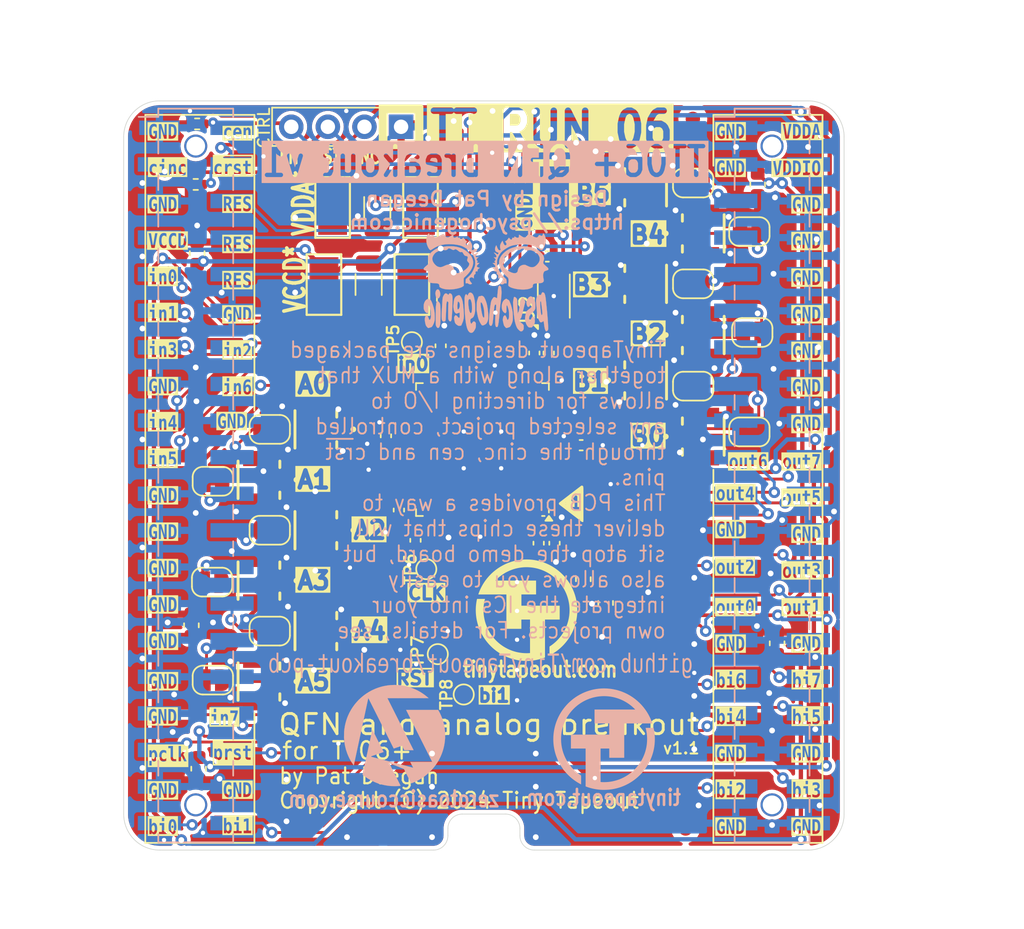
<source format=kicad_pcb>
(kicad_pcb (version 20240108) (generator "pcbnew") (generator_version "8.0")
  (title_block (title "Tiny Tapeout 06+ Breakout QFN") (date "2024-11-04") (rev "1.1") (comment 1 "(C) 2023, 2024 Pat Deegan"))
  (layers (0 "F.Cu" signal) (31 "B.Cu" signal) (34 "B.Paste" user) (35 "F.Paste" user) (36 "B.SilkS" user "B.Silkscreen") (37 "F.SilkS" user "F.Silkscreen") (38 "B.Mask" user) (39 "F.Mask" user) (44 "Edge.Cuts" user))
  (net 0 "")
  (net 1 "GND")
  (net 2 "vddio")
  (net 3 "vdda_all")
  (net 4 "vdda_in")
  (net 5 "vccd_in")
  (net 6 "/RES3")
  (net 7 "/RES2")
  (net 9 "/chip_an0")
  (net 10 "/chip_an1")
  (net 11 "/chip_an2")
  (net 12 "/chip_an3")
  (net 13 "/chip_an4")
  (net 14 "/chip_an5")
  (net 15 "/chip_an6")
  (net 16 "/chip_an7")
  (net 17 "/chip_an8")
  (net 18 "/chip_an9")
  (net 19 "/chip_an10")
  (net 20 "/chip_an11")
  (net 21 "/uin1")
  (net 22 "/c_rst_n")
  (net 23 "/uio1")
  (net 24 "/uin0")
  (net 25 "/uio4")
  (net 26 "/p_clk")
  (net 27 "/hd_an2")
  (net 28 "/uio3")
  (net 29 "/hd_an0")
  (net 30 "/uio7")
  (net 31 "/uin5")
  (net 32 "/c_sel_inc")
  (net 33 "/hd_an3")
  (net 34 "/hd_an5")
  (net 35 "/c_ena")
  (net 36 "/uin4")
  (net 37 "/uin3")
  (net 38 "/uin2")
  (net 39 "/uio0")
  (net 40 "/uio2")
  (net 41 "/uin6")
  (net 42 "/hd_an4")
  (net 43 "/p_rst")
  (net 44 "/uio6")
  (net 45 "/uio5")
  (net 46 "/hd_an1")
  (net 47 "/hd_an10")
  (net 48 "/hd_an11")
  (net 49 "/uout2")
  (net 50 "/uout7")
  (net 51 "/uout0")
  (net 52 "/hd_an9")
  (net 53 "/uout4")
  (net 54 "/hd_an6")
  (net 55 "/uout3")
  (net 56 "/uout1")
  (net 57 "/hd_an8")
  (net 58 "/uout6")
  (net 59 "/hd_an7")
  (net 60 "/uout5")
  (net 61 "/RES1")
  (net 62 "/reset_b")
  (net 63 "/hd_c_rst_n")
  (net 64 "/uin7")
  (net 65 "vccd_all")
  (footprint "Capacitor_SMD:C_0402_1005Metric" (layer "F.Cu") (at 74.3 48.7 90)
    (property "Reference" "C5" (hide yes))
    (property "Value" "0.1uf")
  )
  (footprint "Capacitor_SMD:C_0402_1005Metric" (layer "F.Cu") (at 65.75 48.5 90)
    (property "Reference" "C4" (hide yes))
    (property "Value" "0.1uf")
  )
  (footprint "Capacitor_SMD:C_0402_1005Metric" (layer "F.Cu") (at 75.4 48.7 90)
    (property "Reference" "C8" (hide yes))
    (property "Value" "0.1uf")
  )
  (footprint "Capacitor_SMD:C_0402_1005Metric" (layer "F.Cu") (at 74 35.5 90)
    (property "Reference" "C6" (hide yes))
    (property "Value" "0.1uf")
  )
  (footprint "Capacitor_SMD:C_0402_1005Metric" (layer "F.Cu") (at 67.5 35 90)
    (property "Reference" "C10" (hide yes))
    (property "Value" "0.1uf")
  )
  (footprint "Capacitor_SMD:C_0402_1005Metric" (layer "F.Cu") (at 77.25 41.9 180)
    (property "Reference" "C13" (hide yes))
    (property "Value" "0.1uf")
  )
  (footprint "flyingcarsfootprints:StitchingVia-0.4mmDrill" (layer "F.Cu") (at 74.1 65.6)
    (property "Reference" "STITCHB1" (hide yes))
    (property "Value" "StitchingVia-0.4mmDrill" (hide yes))
  )
  (footprint "flyingcarsfootprints:StitchingVia-0.3mm" (layer "F.Cu") (at 62.4 41.8)
    (property "Reference" "STITCHM1" (hide yes))
    (property "Value" "StitchingVia-0.3mm" (hide yes))
  )
  (footprint "flyingcarsfootprints:StitchingVia-0.4mmDrill" (layer "F.Cu") (at 61.65 23.2)
    (property "Reference" "STITCHB1" (hide yes))
    (property "Value" "StitchingVia-0.4mmDrill" (hide yes))
  )
  (footprint "flyingcarsfootprints:StitchingVia-0.4mmDrill" (layer "F.Cu") (at 46.8 64.3)
    (property "Reference" "STITCHB1" (hide yes))
    (property "Value" "StitchingVia-0.4mmDrill" (hide yes))
  )
  (footprint "flyingcarsfootprints:StitchingVia-0.4mmDrill" (layer "F.Cu") (at 74.1 69.1)
    (property "Reference" "STITCHB1" (hide yes))
    (property "Value" "StitchingVia-0.4mmDrill" (hide yes))
  )
  (footprint "TestPoint:TestPoint_Keystone_5019_Minature" (layer "F.Cu") (at 60 25.4 -90)
    (property "Reference" "TP3" (hide yes))
    (property "Value" "TestPoint_Alt")
  )
  (footprint "flyingcarsfootprints:StitchingVia-0.4mmDrill" (layer "F.Cu") (at 91.2 47.1)
    (property "Reference" "STITCHB1" (hide yes))
    (property "Value" "StitchingVia-0.4mmDrill" (hide yes))
  )
  (footprint "TestPoint:TestPoint_Keystone_5019_Minature" (layer "F.Cu") (at 65.5 30.75 90)
    (property "Reference" "TP2" (hide yes))
    (property "Value" "TestPoint_Alt")
  )
  (footprint "flyingcarsfootprints:StitchingVia-0.3mm" (layer "F.Cu") (at 62.5 43.6)
    (property "Reference" "STITCHM1" (hide yes))
    (property "Value" "StitchingVia-0.3mm" (hide yes))
  )
  (footprint "flyingcarsfootprints:StitchingVia-0.4mmDrill" (layer "F.Cu") (at 90.5 61.7)
    (property "Reference" "STITCHB1" (hide yes))
    (property "Value" "StitchingVia-0.4mmDrill" (hide yes))
  )
  (footprint "flyingcarsfootprints:StitchingVia-0.4mmDrill" (layer "F.Cu") (at 90.6 36.6)
    (property "Reference" "STITCHB1" (hide yes))
    (property "Value" "StitchingVia-0.4mmDrill" (hide yes))
  )
  (footprint "psysnapeda:SAMTEC_RSP-122811-01" (layer "F.Cu") (at 54.8875 44.3 90)
    (property "Reference" "J3" (hide yes))
    (property "Value" "U.FL")
  )
  (footprint "flyingcarsfootprints:StitchingVia-0.4mmDrill" (layer "F.Cu") (at 75.9 46.9)
    (property "Reference" "STITCHB1" (hide yes))
    (property "Value" "StitchingVia-0.4mmDrill" (hide yes))
  )
  (footprint "flyingcarsfootprints:StitchingVia-0.4mmDrill" (layer "F.Cu") (at 82.1 19.9)
    (property "Reference" "STITCHB1" (hide yes))
    (property "Value" "StitchingVia-0.4mmDrill" (hide yes))
  )
  (footprint "flyingcarsfootprints:StitchingVia-0.3mm" (layer "F.Cu") (at 72.8 59.6)
    (property "Reference" "STITCHM1" (hide yes))
    (property "Value" "StitchingVia-0.3mm" (hide yes))
  )
  (footprint "flyingcarsfootprints:StitchingVia-0.3mm" (layer "F.Cu") (at 72.8 57.5)
    (property "Reference" "STITCHM1" (hide yes))
    (property "Value" "StitchingVia-0.3mm" (hide yes))
  )
  (footprint "flyingcarsfootprints:StitchingVia-0.4mmDrill" (layer "F.Cu") (at 85.4 66.9)
    (property "Reference" "STITCHB1" (hide yes))
    (property "Value" "StitchingVia-0.4mmDrill" (hide yes))
  )
  (footprint "flyingcarsfootprints:StitchingVia-0.3mm" (layer "F.Cu") (at 85.1 60.9)
    (property "Reference" "STITCHM1" (hide yes))
    (property "Value" "StitchingVia-0.3mm" (hide yes))
  )
  (footprint "flyingcarsfootprints:StitchingVia-0.4mmDrill" (layer "F.Cu") (at 56.8 65.1)
    (property "Reference" "STITCHB1" (hide yes))
    (property "Value" "StitchingVia-0.4mmDrill" (hide yes))
  )
  (footprint "flyingcarsfootprints:StitchingVia-0.4mmDrill" (layer "F.Cu") (at 57.4 31.3)
    (property "Reference" "STITCHB1" (hide yes))
    (property "Value" "StitchingVia-0.4mmDrill" (hide yes))
  )
  (footprint "flyingcarsfootprints:StitchingVia-0.4mmDrill" (layer "F.Cu") (at 75.15 20)
    (property "Reference" "STITCHB1" (hide yes))
    (property "Value" "StitchingVia-0.4mmDrill" (hide yes))
  )
  (footprint "flyingcarsfootprints:StitchingVia-0.3mm" (layer "F.Cu") (at 69.1 43.5)
    (property "Reference" "STITCHM1" (hide yes))
    (property "Value" "StitchingVia-0.3mm" (hide yes))
  )
  (footprint "flyingcarsfootprints:StitchingVia-0.4mmDrill" (layer "F.Cu") (at 79.3 20.65)
    (property "Reference" "STITCHB1" (hide yes))
    (property "Value" "StitchingVia-0.4mmDrill" (hide yes))
  )
  (footprint "Capacitor_SMD:C_0603_1608Metric" (layer "F.Cu") (at 77.4 51.2 -90)
    (property "Reference" "C19" (hide yes))
    (property "Value" "C_1u_0603_50V")
  )
  (footprint "Capacitor_SMD:C_0402_1005Metric" (layer "F.Cu") (at 75 35.5 -90)
    (property "Reference" "C7" (hide yes))
    (property "Value" "0.1uf")
  )
  (footprint "flyingcarsfootprints:StitchingVia-0.3mm" (layer "F.Cu") (at 78.2 65)
    (property "Reference" "STITCHM1" (hide yes))
    (property "Value" "StitchingVia-0.3mm" (hide yes))
  )
  (footprint "flyingcarsfootprints:StitchingVia-0.4mmDrill" (layer "F.Cu") (at 48.9 61.8)
    (property "Reference" "STITCHB1" (hide yes))
    (property "Value" "StitchingVia-0.4mmDrill" (hide yes))
  )
  (footprint "TestPoint:TestPoint_Pad_D1.0mm" (layer "F.Cu") (at 69.1 59.2)
    (property "Reference" "TP8")
    (property "Value" "TestPoint")
  )
  (footprint "psysnapeda:SAMTEC_RSP-122811-01" (layer "F.Cu") (at 85.725 27.2 -90)
    (property "Reference" "J12" (hide yes))
    (property "Value" "U.FL")
  )
  (footprint "flyingcarsfootprints:StitchingVia-0.4mmDrill" (layer "F.Cu") (at 93 21.2)
    (property "Reference" "STITCHB1" (hide yes))
    (property "Value" "StitchingVia-0.4mmDrill" (hide yes))
  )
  (footprint "flyingcarsfootprints:StitchingVia-0.4mmDrill" (layer "F.Cu") (at 52.3 31.3)
    (property "Reference" "STITCHB1" (hide yes))
    (property "Value" "StitchingVia-0.4mmDrill" (hide yes))
  )
  (footprint "Resistor_SMD:R_0402_1005Metric" (layer "F.Cu") (at 50.5 23.8 180)
    (property "Reference" "R1" (hide yes))
    (property "Value" "1k")
  )
  (footprint "Fiducial:Fiducial_1mm_Mask2mm" (layer "F.Cu") (at 85 19.25)
    (property "Reference" "FID2" (hide yes))
    (property "Value" "Fiducial")
  )
  (footprint "flyingcarsfootprints:StitchingVia-0.4mmDrill" (layer "F.Cu") (at 50.55 38.85)
    (property "Reference" "STITCHB1" (hide yes))
    (property "Value" "StitchingVia-0.4mmDrill" (hide yes))
  )
  (footprint "Jumper:SolderJumper-2_P1.3mm_Bridged_RoundedPad1.0x1.5mm" (layer "F.Cu") (at 85.025 37.8)
    (property "Reference" "JP8" (hide yes))
    (property "Value" "Jumper_2_Small_Bridged")
  )
  (footprint "flyingcarsfootprints:StitchingVia-0.3mm" (layer "F.Cu") (at 61.2 50.4)
    (property "Reference" "STITCHM1" (hide yes))
    (property "Value" "StitchingVia-0.3mm" (hide yes))
  )
  (footprint "psysnapeda:SAMTEC_RSP-122811-01" (layer "F.Cu") (at 81.725 24 -90)
    (property "Reference" "J13" (hide yes))
    (property "Value" "U.FL")
  )
  (footprint "flyingcarsfootprints:StitchingVia-0.3mm" (layer "F.Cu") (at 72.8 51.4)
    (property "Reference" "STITCHM1" (hide yes))
    (property "Value" "StitchingVia-0.3mm" (hide yes))
  )
  (footprint "Capacitor_SMD:C_0603_1608Metric" (layer "F.Cu") (at 50.7 64.35 -90)
    (property "Reference" "C14" (hide yes))
    (property "Value" "C_1u_0603_50V")
  )
  (footprint "flyingcarsfootprints:StitchingVia-0.4mmDrill" (layer "F.Cu") (at 50.5 46.6)
    (property "Reference" "STITCHB1" (hide yes))
    (property "Value" "StitchingVia-0.4mmDrill" (hide yes))
  )
  (footprint "Capacitor_SMD:C_0603_1608Metric" (layer "F.Cu") (at 67.75 31.75 -90)
    (property "Reference" "C2" (hide yes))
    (property "Value" "C_1u_0603_50V")
  )
  (footprint "flyingcarsfootprints:StitchingVia-0.3mm" (layer "F.Cu") (at 69.1 40.95)
    (property "Reference" "STITCHM1" (hide yes))
    (property "Value" "StitchingVia-0.3mm" (hide yes))
  )
  (footprint "Package_DFN_QFN:QFN-64-1EP_9x9mm_P0.5mm_EP7.65x7.65mm" (layer "F.Cu") (at 70.4 42.2 180)
    (property "Reference" "U1" (hide yes))
    (property "Value" "Openframe_QFN_TT06_REV2")
  )
  (footprint "flyingcarsfootprints:StitchingVia-0.3mm" (layer "F.Cu") (at 64.7 56.1)
    (property "Reference" "STITCHM1" (hide yes))
    (property "Value" "StitchingVia-0.3mm" (hide yes))
  )
  (footprint "psysnapeda:SAMTEC_RSP-122811-01" (layer "F.Cu") (at 58.8375 47.8 90)
    (property "Reference" "J4" (hide yes))
    (property "Value" "U.FL")
  )
  (footprint "flyingcarsfootprints:StitchingVia-0.3mm" (layer "F.Cu") (at 68 54.8)
    (property "Reference" "STITCHM1" (hide yes))
    (property "Value" "StitchingVia-0.3mm" (hide yes))
  )
  (footprint "flyingcarsfootprints:StitchingVia-0.4mmDrill" (layer "F.Cu") (at 90.3 59.1)
    (property "Reference" "STITCHB1" (hide yes))
    (property "Value" "StitchingVia-0.4mmDrill" (hide yes))
  )
  (footprint "flyingcarsfootprints:StitchingVia-0.3mm" (layer "F.Cu") (at 75.35 31.55 90)
    (property "Reference" "STITCHM1" (hide yes))
    (property "Value" "StitchingVia-0.3mm" (hide yes))
  )
  (footprint "flyingcarsfootprints:StitchingVia-0.4mmDrill" (layer "F.Cu") (at 50.5 36.5)
    (property "Reference" "STITCHB1" (hide yes))
    (property "Value" "StitchingVia-0.4mmDrill" (hide yes))
  )
  (footprint "flyingcarsfootprints:StitchingVia-0.3mm" (layer "F.Cu") (at 55.2 21.85)
    (property "Reference" "STITCHM1" (hide yes))
    (property "Value" "StitchingVia-0.3mm" (hide yes))
  )
  (footprint "psysnapeda:SAMTEC_RSP-122811-01" (layer "F.Cu") (at 85.725 41.3 -90)
    (property "Reference" "J8" (hide yes))
    (property "Value" "U.FL")
  )
  (footprint "Jumper:SolderJumper-2_P1.3mm_Bridged_RoundedPad1.0x1.5mm" (layer "F.Cu") (at 88.925 27.075)
    (property "Reference" "JP11" (hide yes))
    (property "Value" "Jumper_2_Small_Bridged")
  )
  (footprint "flyingcarsfootprints:StitchingVia-0.4mmDrill" (layer "F.Cu") (at 57.4 26.1)
    (property "Reference" "STITCHB1" (hide yes))
    (property "Value" "StitchingVia-0.4mmDrill" (hide yes))
  )
  (footprint "TestPoint:TestPoint_Pad_D1.0mm" (layer "F.Cu") (at 67.3 56.4)
    (property "Reference" "TP7")
    (property "Value" "TestPoint")
  )
  (footprint "flyingcarsfootprints:StitchingVia-0.4mmDrill" (layer "F.Cu") (at 90.4 50.8)
    (property "Reference" "STITCHB1" (hide yes))
    (property "Value" "StitchingVia-0.4mmDrill" (hide yes))
  )
  (footprint "Jumper:SolderJumper-2_P1.3mm_Bridged_RoundedPad1.0x1.5mm" (layer "F.Cu") (at 51.6375 51.4 180)
    (property "Reference" "JP4" (hide yes))
    (property "Value" "Jumper_2_Small_Bridged")
  )
  (footprint "flyingcarsfootprints:StitchingVia-0.4mmDrill" (layer "F.Cu") (at 81.9 52.1)
    (property "Reference" "STITCHB1" (hide yes))
    (property "Value" "StitchingVia-0.4mmDrill" (hide yes))
  )
  (footprint "flyingcarsfootprints:StitchingVia-0.4mmDrill" (layer "F.Cu") (at 93.8 66.9)
    (property "Reference" "STITCHB1" (hide yes))
    (property "Value" "StitchingVia-0.4mmDrill" (hide yes))
  )
  (footprint "Package_DFN_QFN:DFN-8-1EP_3x2mm_P0.5mm_EP1.75x1.45mm" (layer "F.Cu") (at 75.35 31.55 90)
    (property "Reference" "U2")
    (property "Value" "24LC02")
  )
  (footprint "Fiducial:Fiducial_1mm_Mask2mm" (layer "F.Cu") (at 63.5 68.5)
    (property "Reference" "FID1" (hide yes))
    (property "Value" "Fiducial")
  )
  (footprint "Resistor_SMD:R_1206_3216Metric" (layer "F.Cu") (at 63.1 25.4 -90)
    (property "Reference" "R3" (hide yes))
    (property "Value" "0R")
  )
  (footprint "Logos:TT_logo" (layer "F.Cu") (at 73.5 53.4)
    (property "Reference" "TTLOGO" (hide yes))
    (property "Value" "TT_logo")
  )
  (footprint "flyingcarsfootprints:StitchingVia-0.3mm" (layer "F.Cu") (at 72.8 55.4)
    (property "Reference" "STITCHM1" (hide yes))
    (property "Value" "StitchingVia-0.3mm" (hide yes))
  )
  (footprint "flyingcarsfootprints:StitchingVia-0.4mmDrill" (layer "F.Cu") (at 50.5 41.5)
    (property "Reference" "STITCHB1" (hide yes))
    (property "Value" "StitchingVia-0.4mmDrill" (hide yes))
  )
  (footprint "Capacitor_SMD:C_0402_1005Metric" (layer "F.Cu") (at 63.7 41.25 90)
    (property "Reference" "C11" (hide yes))
    (property "Value" "0.1uf")
  )
  (footprint "Jumper:SolderJumper-2_P1.3mm_Bridged_RoundedPad1.0x1.5mm" (layer "F.Cu") (at 89.125 34.075)
    (property "Reference" "JP9" (hide yes))
    (property "Value" "Jumper_2_Small_Bridged")
  )
  (footprint "Jumper:SolderJumper-2_P1.3mm_Bridged_RoundedPad1.0x1.5mm" (layer "F.Cu") (at 85.025 30.7)
    (property "Reference" "JP10" (hide yes))
    (property "Value" "Jumper_2_Small_Bridged")
  )
  (footprint "Capacitor_SMD:C_0603_1608Metric" (layer "F.Cu") (at 50.2 54.4 90)
    (property "Reference" "C17" (hide yes))
    (property "Value" "C_1u_0603_50V")
  )
  (footprint "flyingcarsfootprints:StitchingVia-0.4mmDrill" (layer "F.Cu") (at 85.1 63)
    (property "Reference" "STITCHB1" (hide yes))
    (property "Value" "StitchingVia-0.4mmDrill" (hide yes))
  )
  (footprint "flyingcarsfootprints:StitchingVia-0.4mmDrill" (layer "F.Cu") (at 74.1 63.3)
    (property "Reference" "STITCHB1" (hide yes))
    (property "Value" "StitchingVia-0.4mmDrill" (hide yes))
  )
  (footprint "Capacitor_SMD:C_0402_1005Metric" (layer "F.Cu") (at 64.6 46.4 -90)
    (property "Reference" "C12" (hide yes))
    (property "Value" "0.1uf")
  )
  (footprint "flyingcarsfootprints:StitchingVia-0.4mmDrill" (layer "F.Cu") (at 85.1 55.7)
    (property "Reference" "STITCHB1" (hide yes))
    (property "Value" "StitchingVia-0.4mmDrill" (hide yes))
  )
  (footprint "flyingcarsfootprints:StitchingVia-0.4mmDrill" (layer "F.Cu") (at 91 40.4)
    (property "Reference" "STITCHB1" (hide yes))
    (property "Value" "StitchingVia-0.4mmDrill" (hide yes))
  )
  (footprint "flyingcarsfootprints:StitchingVia-0.4mmDrill" (layer "F.Cu") (at 49.7 33.9)
    (property "Reference" "STITCHB1" (hide yes))
    (property "Value" "StitchingVia-0.4mmDrill" (hide yes))
  )
  (footprint "Capacitor_SMD:C_0603_1608Metric" (layer "F.Cu") (at 68.3 26.3 -90)
    (property "Reference" "C3" (hide yes))
    (property "Value" "C_1u_0603_50V")
  )
  (footprint "flyingcarsfootprints:StitchingVia-0.4mmDrill" (layer "F.Cu") (at 89.45 54.45)
    (property "Reference" "STITCHB1" (hide yes))
    (property "Value" "StitchingVia-0.4mmDrill" (hide yes))
  )
  (footprint "Capacitor_SMD:C_0603_1608Metric" (layer "F.Cu") (at 90.85 55.65 90)
    (property "Reference" "C16" (hide yes))
    (property "Value" "C_1u_0603_50V")
  )
  (footprint "Jumper:SolderJumper-2_P1.3mm_Bridged_RoundedPad1.0x1.5mm" (layer "F.Cu") (at 55.6375 54.8 180)
    (property "Reference" "JP5" (hide yes))
    (property "Value" "Jumper_2_Small_Bridged")
  )
  (footprint "flyingcarsfootprints:StitchingVia-0.3mm" (layer "F.Cu") (at 76.8 39.6)
    (property "Reference" "STITCHM1" (hide yes))
    (property "Value" "StitchingVia-0.3mm" (hide yes))
  )
  (footprint "flyingcarsfootprints:StitchingVia-0.3mm" (layer "F.Cu") (at 51 68.8)
    (property "Reference" "STITCHM1" (hide yes))
    (property "Value" "StitchingVia-0.3mm" (hide yes))
  )
  (footprint "flyingcarsfootprints:StitchingVia-0.3mm" (layer "F.Cu") (at 60.4 62.6)
    (property "Reference" "STITCHM1" (hide yes))
    (property "Value" "StitchingVia-0.3mm" (hide yes))
  )
  (footprint "flyingcarsfootprints:StitchingVia-0.4mmDrill" (layer "F.Cu") (at 68.4 19.4)
    (property "Reference" "STITCHB1" (hide yes))
    (property "Value" "StitchingVia-0.4mmDrill" (hide yes))
  )
  (footprint "flyingcarsfootprints:StitchingVia-0.3mm" (layer "F.Cu") (at 72.8 53.4)
    (property "Reference" "STITCHM1" (hide yes))
    (property "Value" "StitchingVia-0.3mm" (hide yes))
  )
  (footprint "psysnapeda:SAMTEC_RSP-122811-01" (layer "F.Cu") (at 81.725 37.4 -90)
    (property "Reference" "J9" (hide yes))
    (property "Value" "U.FL")
  )
  (footprint "TestPoint:TestPoint_Pad_D1.0mm" (layer "F.Cu") (at 66.5 50.5)
    (property "Reference" "TP6")
    (property "Value" "TestPoint")
  )
  (footprint "flyingcarsfootprints:StitchingVia-0.4mmDrill" (layer "F.Cu") (at 85.1 51.1)
    (property "Reference" "STITCHB1" (hide yes))
    (property "Value" "StitchingVia-0.4mmDrill" (hide yes))
  )
  (footprint "TestPoint:TestPoint_Keystone_5019_Minature" (layer "F.Cu") (at 59.4 30.75 90)
    (property "Reference" "TP4" (hide yes))
    (property "Value" "TestPoint_Alt")
  )
  (footprint "Resistor_SMD:R_1206_3216Metric" (layer "F.Cu") (at 62.5 30.75 90)
    (property "Reference" "R4" (hide yes))
    (property "Value" "0R")
  )
  (footprint "flyingcarsfootprints:StitchingVia-0.4mmDrill" (layer "F.Cu") (at 46.8 28.8)
    (property "Reference" "STITCHB1" (hide yes))
    (property "Value" "StitchingVia-0.4mmDrill" (hide yes))
  )
  (footprint "flyingcarsfootprints:StitchingVia-0.4mmDrill" (layer "F.Cu") (at 90.6 30)
    (property "Reference" "STITCHB1" (hide yes))
    (property "Value" "StitchingVia-0.4mmDrill" (hide yes))
  )
  (footprint "flyingcarsfootprints:StitchingVia-0.3mm" (layer "F.Cu") (at 65.8 57.1)
    (property "Reference" "STITCHM1" (hide yes))
    (property "Value" "StitchingVia-0.3mm" (hide yes))
  )
  (footprint "TestPoint:TestPoint_Pad_D1.0mm" (layer "F.Cu") (at 65.5 34.75)
    (property "Reference" "TP5")
    (property "Value" "TestPoint")
  )
  (footprint "flyingcarsfootprints:StitchingVia-0.4mmDrill" (layer "F.Cu") (at 46.8 23.7)
    (property "Reference" "STITCHB1" (hide yes))
    (property "Value" "StitchingVia-0.4mmDrill" (hide yes))
  )
  (footprint "Fiducial:Fiducial_1mm_Mask2mm" (layer "F.Cu") (at 84.5 68.5)
    (property "Reference" "FID3" (hide yes))
    (property "Value" "Fiducial")
  )
  (footprint "flyingcarsfootprints:StitchingVia-0.3mm" (layer "F.Cu") (at 48.3 69.3)
    (property "Reference" "STITCHM1" (hide yes))
    (property "Value" "StitchingVia-0.3mm" (hide yes))
  )
  (footprint "Connector_PinHeader_2.54mm:PinHeader_1x04_P2.54mm_Vertical" (layer "F.Cu") (at 64.75 19.8 -90)
    (property "Reference" "J1" (hide yes))
    (property "Value" "Conn_01x04")
  )
  (footprint "Jumper:SolderJumper-2_P1.3mm_Bridged_RoundedPad1.0x1.5mm" (layer "F.Cu") (at 55.6375 40.8 180)
    (property "Reference" "JP1" (hide yes))
    (property "Value" "Jumper_2_Small_Bridged")
  )
  (footprint "Capacitor_SMD:C_0603_1608Metric" (layer "F.Cu") (at 89.5 23.8 -90)
    (property "Reference" "C1" (hide yes))
    (property "Value" "C_1u_0603_50V")
  )
  (footprint "Jumper:SolderJumper-2_P1.3mm_Bridged_RoundedPad1.0x1.5mm" (layer "F.Cu") (at 51.6875 44.4 180)
    (property "Reference" "JP2" (hide yes))
    (property "Value" "Jumper_2_Small_Bridged")
  )
  (footprint "Jumper:SolderJumper-2_P1.3mm_Bridged_RoundedPad1.0x1.5mm" (layer "F.Cu") (at 51.6875 58.2 180)
    (property "Reference" "JP6" (hide yes))
    (property "Value" "Jumper_2_Small_Bridged")
  )
  (footprint "flyingcarsfootprints:StitchingVia-0.4mmDrill" (layer "F.Cu") (at 61 69.1)
    (property "Reference" "STITCHB1" (hide yes))
    (property "Value" "StitchingVia-0.4mmDrill" (hide yes))
  )
  (footprint "flyingcarsfootprints:StitchingVia-0.3mm" (layer "F.Cu") (at 81.5 41.9)
    (property "Reference" "STITCHM1" (hide yes))
    (property "Value" "StitchingVia-0.3mm" (hide yes))
  )
  (footprint "flyingcarsfootprints:StitchingVia-0.4mmDrill" (layer "F.Cu") (at 46.8 33.8)
    (property "Reference" "STITCHB1" (hide yes))
    (property "Value" "StitchingVia-0.4mmDrill" (hide yes))
  )
  (footprint "flyingcarsfootprints:StitchingVia-0.4mmDrill" (layer "F.Cu") (at 48.55 54.2)
    (property "Reference" "STITCHB1" (hide yes))
    (property "Value" "StitchingVia-0.4mmDrill" (hide yes))
  )
  (footprint "flyingcarsfootprints:StitchingVia-0.4mmDrill" (layer "F.Cu") (at 78 52.9)
    (property "Reference" "STITCHB1" (hide yes))
    (property "Value" "StitchingVia-0.4mmDrill" (hide yes))
  )
  (footprint "flyingcarsfootprints:StitchingVia-0.3mm" (layer "F.Cu") (at 60.95 18.7)
    (property "Reference" "STITCHM1" (hide yes))
    (property "Value" "StitchingVia-0.3mm" (hide yes))
  )
  (footprint "Jumper:SolderJumper-2_P1.3mm_Bridged_RoundedPad1.0x1.5mm" (layer "F.Cu") (at 85.025 23.7)
    (property "Reference" "JP12" (hide yes))
    (property "Value" "Jumper_2_Small_Bridged")
  )
  (footprint "flyingcarsfootprints:StitchingVia-0.4mmDrill" (layer "F.Cu") (at 66.9 63.3)
    (property "Reference" "STITCHB1" (hide yes))
    (property "Value" "StitchingVia-0.4mmDrill" (hide yes))
  )
  (footprint "flyingcarsfootprints:StitchingVia-0.4mmDrill" (layer "F.Cu") (at 51.7 54.2)
    (property "Reference" "STITCHB1" (hide yes))
    (property "Value" "StitchingVia-0.4mmDrill" (hide yes))
  )
  (footprint "psysnapeda:SAMTEC_RSP-122811-01" (layer "F.Cu") (at 54.8875 58.3 90)
    (property "Reference" "J7" (hide yes))
    (property "Value" "U.FL")
  )
  (footprint "flyingcarsfootprints:StitchingVia-0.4mmDrill" (layer "F.Cu") (at 49 59.2)
    (property "Reference" "STITCHB1" (hide yes))
    (property "Value" "StitchingVia-0.4mmDrill" (hide yes))
  )
  (footprint "Resistor_SMD:R_0402_1005Metric" (layer "F.Cu") (at 50.6 19.6 180)
    (property "Reference" "R2" (hide yes))
    (property "Value" "1k")
  )
  (footprint "flyingcarsfootprints:StitchingVia-0.4mmDrill" (layer "F.Cu") (at 85.1 59.3)
    (property "Reference" "STITCHB1" (hide yes))
    (property "Value" "StitchingVia-0.4mmDrill" (hide yes))
  )
  (footprint "flyingcarsfootprints:StitchingVia-0.3mm" (layer "F.Cu") (at 71.7 40.95 90)
    (property "Reference" "STITCHM1" (hide yes))
    (property "Value" "StitchingVia-0.3mm" (hide yes))
  )
  (footprint "flyingcarsfootprints:StitchingVia-0.4mmDrill" (layer "F.Cu") (at 46.8 49)
    (property "Reference" "STITCHB1" (hide yes))
    (property "Value" "StitchingVia-0.4mmDrill" (hide yes))
  )
  (footprint "flyingcarsfootprints:StitchingVia-0.3mm" (layer "F.Cu") (at 75.9 37.4)
    (property "Reference" "STITCHM1" (hide yes))
    (property "Value" "StitchingVia-0.3mm" (hide yes))
  )
  (footprint "flyingcarsfootprints:StitchingVia-0.4mmDrill" (layer "F.Cu") (at 46.8 41.5)
    (property "Reference" "STITCHB1" (hide yes))
    (property "Value" "StitchingVia-0.4mmDrill" (hide yes))
  )
  (footprint "Resistor_SMD:R_0402_1005Metric" (layer "F.Cu") (at 73 23.5 -90)
    (property "Reference" "R7" (hide yes))
    (property "Value" "0R")
  )
  (footprint "Resistor_SMD:R_0402_1005Metric" (layer "F.Cu") (at 71.15 23.49 -90)
    (property "Reference" "R6" (hide yes))
    (property "Value" "0R")
  )
  (footprint "flyingcarsfootprints:StitchingVia-0.4mmDrill" (layer "F.Cu") (at 66.9 69.1)
    (property "Reference" "STITCHB1" (hide yes))
    (property "Value" "StitchingVia-0.4mmDrill" (hide yes))
  )
  (footprint "flyingcarsfootprints:StitchingVia-0.4mmDrill" (layer "F.Cu") (at 66.9 65.6)
    (property "Reference" "STITCHB1" (hide yes))
    (property "Value" "StitchingVia-0.4mmDrill" (hide yes))
  )
  (footprint "flyingcarsfootprints:StitchingVia-0.3mm" (layer "F.Cu") (at 79.3 44.6)
    (property "Reference" "STITCHM1" (hide yes))
    (property "Value" "StitchingVia-0.3mm" (hide yes))
  )
  (footprint "flyingcarsfootprints:StitchingVia-0.3mm" (layer "F.Cu") (at 85.1 57.7)
    (property "Reference" "STITCHM1" (hide yes))
    (property "Value" "StitchingVia-0.3mm" (hide yes))
  )
  (footprint "Jumper:SolderJumper-2_P1.3mm_Bridged_RoundedPad1.0x1.5mm" (layer "F.Cu") (at 88.925 40.975)
    (property "Reference" "JP7" (hide yes))
    (property "Value" "Jumper_2_Small_Bridged")
  )
  (footprint "psysnapeda:SAMTEC_RSP-122811-01" (layer "F.Cu") (at 58.8375 40.8 90)
    (property "Reference" "J2" (hide yes))
    (property "Value" "U.FL")
  )
  (footprint "Jumper:SolderJumper-2_P1.3mm_Bridged_RoundedPad1.0x1.5mm" (layer "F.Cu") (at 55.6375 47.8 180)
    (property "Reference" "JP3" (hide yes))
    (property "Value" "Jumper_2_Small_Bridged")
  )
  (footprint "psysnapeda:SAMTEC_RSP-122811-01" (layer "F.Cu") (at 58.8375 54.8 90)
    (property "Reference" "J6" (hide yes))
    (property "Value" "U.FL")
  )
  (footprint "TestPoint:TestPoint_Keystone_5019_Minature" (layer "F.Cu") (at 75.4 24.5 -90)
    (property "Reference" "TP9" (hide yes))
    (property "Value" "TestPoint_Alt")
  )
  (footprint "flyingcarsfootprints:StitchingVia-0.4mmDrill" (layer "F.Cu") (at 56.8 68)
    (property "Reference" "STITCHB1" (hide yes))
    (property "Value" "StitchingVia-0.4mmDrill" (hide yes))
  )
  (footprint "psysnapeda:SAMTEC_RSP-122811-01" (layer "F.Cu") (at 81.725 30.7 -90)
    (property "Reference" "J11" (hide yes))
    (property "Value" "U.FL")
  )
  (footprint "Capacitor_SMD:C_0603_1608Metric" (layer "F.Cu") (at 50.6 28.575 90)
    (property "Reference" "C15" (hide yes))
    (property "Value" "C_1u_0603_50V")
  )
  (footprint "Capacitor_SMD:C_0402_1005Metric" (layer "F.Cu") (at 74.9 28.8 180)
    (property "Reference" "C9" (hide yes))
    (property "Value" "0.1uf")
  )
  (footprint "flyingcarsfootprints:StitchingVia-0.4mmDrill" (layer "F.Cu") (at 78.7 55.2)
    (property "Reference" "STITCHB1" (hide yes))
    (property "Value" "StitchingVia-0.4mmDrill" (hide yes))
  )
  (footprint "flyingcarsfootprints:StitchingVia-0.4mmDrill" (layer "F.Cu") (at 46.8 56.7)
    (property "Reference" "STITCHB1" (hide yes))
    (property "Value" "StitchingVia-0.4mmDrill" (hide yes))
  )
  (footprint "flyingcarsfootprints:StitchingVia-0.4mmDrill" (layer "F.Cu") (at 61.75 26)
    (property "Reference" "STITCHB1" (hide yes))
    (property "Value" "StitchingVia-0.4mmDrill" (hide yes))
  )
  (footprint "TestPoint:TestPoint_Keystone_5019_Minature" (layer "F.Cu") (at 66.1 25.4 -90)
    (property "Reference" "TP1" (hide yes))
    (property "Value" "TestPoint_Alt")
  )
  (footprint "psysnapeda:SAMTEC_RSP-122811-01" (layer "F.Cu") (at 85.725 34.25 -90)
    (property "Reference" "J10" (hide yes))
    (property "Value" "U.FL")
  )
  (footprint "flyingcarsfootprints:StitchingVia-0.3mm" (layer "F.Cu") (at 71.7 43.5)
    (property "Reference" "STITCHM1" (hide yes))
    (property "Value" "StitchingVia-0.3mm" (hide yes))
  )
  (footprint "psysnapeda:SAMTEC_RSP-122811-01" (layer "F.Cu") (at 54.8875 51.3 90)
    (property "Reference" "J5" (hide yes))
    (property "Value" "U.FL")
  )
  (footprint "flyingcarsfootprints:StitchingVia-0.3mm" (layer "F.Cu") (at 50.1 18.7)
    (property "Reference" "STITCHM1" (hide yes))
    (property "Value" "StitchingVia-0.3mm" (hide yes))
  )
  (footprint "Capacitor_SMD:C_0603_1608Metric" (layer "F.Cu") (at 78.95 52.85 90)
    (property "Reference" "C18" (hide yes))
    (property "Value" "C_1u_0603_50V")
  )
  (footprint "flyingcarsfootprints:StitchingVia-0.3mm" (layer "F.Cu") (at 71.3 32.7)
    (property "Reference" "STITCHM1" (hide yes))
    (property "Value" "StitchingVia-0.3mm" (hide yes))
  )
  (footprint "TinyTapeout:FH-00148_PinSocket_2x20_P2.54mm" (layer "B.Cu") (at 90.5 44 180)
    (property "Reference" "CON2" (hide yes))
    (property "Value" "~")
  )
  (footprint "Logos:Z2A_logo" (layer "B.Cu") (at 64.1608 61.958048 180)
    (property "Reference" "REF**" (hide yes))
    (property "Value" "Z2A_logo")
  )
  (footprint "Logos:TT_logo" (layer "B.Cu") (at 78.8 62.35 180)
    (property "Reference" "REF**" (hide yes))
    (property "Value" "TT_logo")
  )
  (footprint "flyingcarsfootprints:PsychoLogoSmall" (layer "B.Cu") (at 70.7 30.6 180)
    (property "Reference" "G***" (hide yes))
    (property "Value" "LOGO" (hide yes))
  )
  (footprint "TinyTapeout:FH-00148_PinSocket_2x20_P2.54mm" (layer "B.Cu") (at 50.5 44 180)
    (property "Reference" "CON1" (hide yes))
    (property "Value" "~")
  )
  (gr_line (start 86.42744 69.5) (end 94 69.5) (stroke (width 0.12)) (layer "F.SilkS"))
  (gr_line (start 94 69.5) (end 94 18.97256) (stroke (width 0.12)) (layer "F.SilkS"))
  (gr_line (start 76.95 45.3) (end 77.2 45.3) (stroke (width 0.2)) (layer "F.SilkS"))
  (gr_line (start 54.57256 18.97256) (end 54.57256 39.5) (stroke (width 0.12)) (layer "F.SilkS"))
  (gr_line (start 77 46.77) (end 77.25 46.77) (stroke (width 0.24)) (layer "F.SilkS"))
  (gr_line (start 54.57256 69.5) (end 54.57256 60.5) (stroke (width 0.12)) (layer "F.SilkS"))
  (gr_line (start 86.42744 18.97256) (end 86.42744 22.5) (stroke (width 0.12)) (layer "F.SilkS"))
  (gr_rect (start 63.35 18.4) (end 66.15 21.2) (stroke (width 0.3)) (fill none) (layer "F.SilkS"))
  (gr_line (start 76.44 45.64) (end 76.44 46.24) (stroke (width 0.2)) (layer "F.SilkS"))
  (gr_line (start 54.57256 18.97256) (end 47 18.97256) (stroke (width 0.12)) (layer "F.SilkS"))
  (gr_line (start 76.9 45.2) (end 77.3 45.2) (stroke (width 0.2)) (layer "F.SilkS"))
  (gr_line (start 86.42744 69.5) (end 86.42744 43.6) (stroke (width 0.12)) (layer "F.SilkS"))
  (gr_line (start 47 69.5) (end 54.57256 69.5) (stroke (width 0.12)) (layer "F.SilkS"))
  (gr_line (start 47 18.97256) (end 47 69.5) (stroke (width 0.12)) (layer "F.SilkS"))
  (gr_line (start 76.71 46.61) (end 77.232529 46.61115) (stroke (width 0.2)) (layer "F.SilkS"))
  (gr_line (start 76.28 45.735) (end 76.28 46.185) (stroke (width 0.2)) (layer "F.SilkS"))
  (gr_line (start 94 18.97256) (end 86.42744 18.97256) (stroke (width 0.12)) (layer "F.SilkS"))
  (gr_line (start 76.975 46.6) (end 77.225 46.6) (stroke (width 0.24)) (layer "F.SilkS"))
  (gr_line (start 76.66 46.5) (end 77.26 46.5) (stroke (width 0.2)) (layer "F.SilkS"))
  (gr_rect (start 63.605583 18.661166) (end 65.894417 20.95) (stroke (width 0.4)) (fill none) (layer "F.SilkS"))
  (gr_poly (pts (xy 75.8 45.95) (xy 77.3 44.8) (xy 77.3 47.1)) (stroke (width 0.2)) (fill none) (layer "F.SilkS"))
  (gr_poly (pts (xy 75.9 45.95) (xy 77.3 44.9) (xy 77.3 47)) (stroke (width 0.2)) (fill none) (layer "F.SilkS"))
  (gr_rect (start 74.15 22.3) (end 76.65 26.7) (stroke (width 0.5)) (fill none) (layer "F.SilkS"))
  (gr_line (start 76.11 45.95) (end 75.9 45.95) (stroke (width 0.2)) (layer "F.SilkS"))
  (gr_line (start 73 69) (end 73 68.5) (stroke (width 0.05)) (layer "Edge.Cuts"))
  (gr_arc (start 72 67.5) (mid 72.707107 67.792893) (end 73 68.5) (stroke (width 0.05)) (layer "Edge.Cuts"))
  (gr_line (start 68 68.5) (end 68 69) (stroke (width 0.05)) (layer "Edge.Cuts"))
  (gr_line (start 93 70) (end 74 70) (stroke (width 0.05)) (layer "Edge.Cuts"))
  (gr_arc (start 48 70) (mid 46.232233 69.267767) (end 45.5 67.5) (stroke (width 0.05)) (layer "Edge.Cuts"))
  (gr_line (start 48 18) (end 93 18) (stroke (width 0.05)) (layer "Edge.Cuts"))
  (gr_arc (start 93 18) (mid 94.767767 18.732233) (end 95.5 20.5) (stroke (width 0.05)) (layer "Edge.Cuts"))
  (gr_line (start 95.5 20.5) (end 95.5 67.5) (stroke (width 0.05)) (layer "Edge.Cuts"))
  (gr_line (start 72 67.5) (end 69 67.5) (stroke (width 0.05)) (layer "Edge.Cuts"))
  (gr_arc (start 95.5 67.5) (mid 94.767767 69.267767) (end 93 70) (stroke (width 0.05)) (layer "Edge.Cuts"))
  (gr_arc (start 45.5 20.5) (mid 46.232233 18.732233) (end 48 18) (stroke (width 0.05)) (layer "Edge.Cuts"))
  (gr_arc (start 68 69) (mid 67.707107 69.707107) (end 67 70) (stroke (width 0.05)) (layer "Edge.Cuts"))
  (gr_arc (start 74 70) (mid 73.292893 69.707107) (end 73 69) (stroke (width 0.05)) (layer "Edge.Cuts"))
  (gr_arc (start 68 68.5) (mid 68.292893 67.792893) (end 69 67.5) (stroke (width 0.05)) (layer "Edge.Cuts"))
  (gr_line (start 45.5 67.5) (end 45.5 20.5) (stroke (width 0.05)) (layer "Edge.Cuts"))
  (gr_line (start 48 70) (end 67 70) (stroke (width 0.05)) (layer "Edge.Cuts"))
  (gr_text "TinyTapeout designs are packaged \ntogether along with a MUX that \nallows for directing I/O to \nany selected project, controlled \nthrough the cinc, cen and c~{rst} \npins.\nThis PCB provides a way to \ndeliver these chips that will\nsit atop the demo board, but \nalso allows you to easily \nintegrate the ICs into your\nown projects. For details, see\n" (at 83.2 55.4 0) (layer "B.SilkS") (effects (font (size 1.1 1) (thickness 0.125)) (justify left bottom mirror)))
  (gr_text "Design by Pat Deegan\nhttps://psychogenic.com" (at 70.7 27 0) (layer "B.SilkS") (effects (font (size 1 1) (thickness 0.18) (bold yes)) (justify bottom mirror)))
  (gr_text "github.com/TinyTapeout/breakout-pcb" (at 85 57.9 0) (layer "B.SilkS") (effects (font (size 1.3 1) (thickness 0.09125)) (justify left bottom mirror)))
  (gr_text "zerotoasiccourse.com" (at 64.25 67.1 0) (layer "B.SilkS") (effects (font (size 1.1 0.9) (thickness 0.18) (bold yes)) (justify bottom mirror)))
  (gr_text "TT06+ QFN breakout v1" (at 70.5 23.4 0) (layer "B.SilkS" knockout) (effects (font (size 2 1.7) (thickness 0.3)) (justify bottom mirror)))
  (gr_text "tinytapeout.com" (at 78.8 67 0) (layer "B.SilkS") (effects (font (size 1.1 0.9) (thickness 0.18) (bold yes)) (justify bottom mirror)))
  (gr_text "EN  RST  INC" (at 56.2 22.45 0) (layer "F.SilkS") (effects (font (size 1 0.68) (thickness 0.17) (bold yes)) (justify left bottom)))
  (gr_text "RES" (at 54.4 28.608947 0) (layer "F.SilkS" knockout) (effects (font (size 1 0.8) (thickness 0.127) (bold yes)) (justify right bottom)))
  (gr_text "GND" (at 47.2 48.580115 0) (layer "F.SilkS" knockout) (effects (font (size 1 0.8) (thickness 0.127) (bold yes)) (justify left bottom)))
  (gr_text "in5" (at 47.2 43.529185 0) (layer "F.SilkS" knockout) (effects (font (size 1 0.8) (thickness 0.127) (bold yes)) (justify left bottom)))
  (gr_text "VCCD*" (at 58.2 32.85 90) (layer "F.SilkS") (effects (font (size 1.4 1) (thickness 0.25) (bold yes)) (justify left bottom)))
  (gr_text "bi4" (at 86.6 61.43 0) (layer "F.SilkS" knockout) (effects (font (size 1 0.8) (thickness 0.127) (bold yes)) (justify left bottom)))
  (gr_text "in7" (at 53.5 61.5 0) (layer "F.SilkS" knockout) (effects (font (size 1 0.8) (thickness 0.127) (bold yes)) (justify right bottom)))
  (gr_text "GND" (at 54 40.9 0) (layer "F.SilkS" knockout) (effects (font (size 1 0.8) (thickness 0.127) (bold yes)) (justify right bottom)))
  (gr_text "VCCD" (at 47.2 28.376395 0) (layer "F.SilkS" knockout) (effects (font (size 1 0.8) (thickness 0.127) (bold yes)) (justify left bottom)))
  (gr_text "GND" (at 47.2 38.478255 0) (layer "F.SilkS" knockout) (effects (font (size 1 0.8) (thickness 0.127) (bold yes)) (justify left bottom)))
  (gr_text "RST" (at 64.3 58.6 0) (layer "F.SilkS" knockout) (effects (font (size 0.9 0.9) (thickness 0.225) (bold yes)) (justify left bottom)))
  (gr_text "GND" (at 93.9 63.97 0) (layer "F.SilkS" knockout) (effects (font (size 1 0.8) (thickness 0.127) (bold yes)) (justify right bottom)))
  (gr_text "GND" (at 93.894444 38.57 0) (layer "F.SilkS" knockout) (effects (font (size 1.05 0.8) (thickness 0.127) (bold yes)) (justify right bottom)))
  (gr_text "out0" (at 86.6 53.81 0) (layer "F.SilkS" knockout) (effects (font (size 1 0.8) (thickness 0.127) (bold yes)) (justify left bottom)))
  (gr_text "VDDIO" (at 93.9 23.33 0) (layer "F.SilkS" knockout) (effects (font (size 1 0.8) (thickness 0.127) (bold yes)) (justify right bottom)))
  (gr_text "GND" (at 86.6 23.33 0) (layer "F.SilkS" knockout) (effects (font (size 1 0.8) (thickness 0.127) (bold yes)) (justify left bottom)))
  (gr_text "out2" (at 86.6 51 0) (layer "F.SilkS" knockout) (effects (font (size 1 0.8) (thickness 0.127) (bold yes)) (justify left bottom)))
  (gr_text "bi7" (at 93.9 58.89 0) (layer "F.SilkS" knockout) (effects (font (size 1 0.8) (thickness 0.127) (bold yes)) (justify right bottom)))
  (gr_text "GND" (at 49.2 61.4 0) (layer "F.SilkS" knockout) (effects (font (size 1 0.8) (thickness 0.127) (bold yes)) (justify right bottom)))
  (gr_text "in0" (at 47.2 30.90186 0) (layer "F.SilkS" knockout) (effects (font (size 1 0.8) (thickness 0.127) (bold yes)) (justify left bottom)))
  (gr_text "out5" (at 93.9 46.2 0) (layer "F.SilkS" knockout) (effects (font (size 1 0.8) (thickness 0.127) (bold yes)) (justify right bottom)))
  (gr_text "pclk" (at 47.2 64.009062 0) (layer "F.SilkS" knockout) (effects (font (size 1 0.8) (thickness 0.127) (bold yes)) (justify left bottom)))
  (gr_text "CLK" (at 65.1 52.7 0) (layer "F.SilkS" knockout) (effects (font (size 0.9 0.9) (thickness 0.225) (bold yes)) (justify left bottom)))
  (gr_text "A4" (at 61.3 55.5 0) (layer "F.SilkS" knockout) (effects (font (size 1.2 1.2) (thickness 0.3) (bold yes)) (justify left bottom)))
  (gr_text "GND" (at 47.2 58.958132 0) (layer "F.SilkS" knockout) (effects (font (size 1 0.8) (thickness 0.127) (bold yes)) (justify left bottom)))
  (gr_text "v1.1" (at 84.2 63.4 0) (layer "F.SilkS") (effects (font (size 0.8 0.8) (thickness 0.14) (bold yes)) (justify bottom)))
  (gr_text "GND" (at 73.9 27.1 90) (layer "F.SilkS" knockout) (effects (font (size 0.9 0.8) (thickness 0.2) (bold yes)) (justify left bottom)))
  (gr_text "GND" (at 54.4 33.5 0) (layer "F.SilkS" knockout) (effects (font (size 1 0.8) (thickness 0.127) (bold yes)) (justify right bottom)))
  (gr_text "bi5" (at 93.9 61.43 0) (layer "F.SilkS" knockout) (effects (font (size 1 0.8) (thickness 0.127) (bold yes)) (justify right bottom)))
  (gr_text "GND" (at 47.2 51.10558 0) (layer "F.SilkS" knockout) (effects (font (size 1 0.8) (thickness 0.127) (bold yes)) (justify left bottom)))
  (gr_text "by Pat Deegan" (at 56.2 65.5 0) (layer "F.SilkS") (effects (font (size 1.1 1)) (justify left bottom)))
  (gr_text "GND" (at 93.9 33.49 0) (layer "F.SilkS" knockout) (effects (font (size 1 0.8) (thickness 0.127) (bold yes)) (justify right bottom)))
  (gr_text "B5" (at 76.7 25.1 0) (layer "F.SilkS" knockout) (effects (font (size 1.2 1.2) (thickness 0.3) (bold yes)) (justify left bottom)))
  (gr_text "out1" (at 93.9 53.81 0) (layer "F.SilkS" knockout) (effects (font (size 1 0.8) (thickness 0.127) (bold yes)) (justify right bottom)))
  (gr_text "A1" (at 57.4 45 0) (layer "F.SilkS" knockout) (effects (font (size 1.2 1.2) (thickness 0.3) (bold yes)) (justify left bottom)))
  (gr_text "GND" (at 47.2 25.85093 0) (layer "F.SilkS" knockout) (effects (font (size 1 0.8) (thickness 0.127) (bold yes)) (justify left bottom)))
  (gr_text "A5" (at 57.4 59 0) (layer "F.SilkS" knockout) (effects (font (size 1.2 1.2) (thickness 0.3) (bold yes)) (justify left bottom)))
  (gr_text "GND" (at 86.6 48.4 0) (layer "F.SilkS" knockout) (effects (font (size 1 0.8) (thickness 0.127) (bold yes)) (justify left bottom)))
  (gr_text "GND" (at 47.2 66.534527 0) (layer "F.SilkS" knockout) (effects (font (size 1 0.8) (thickness 0.127) (bold yes)) (justify left bottom)))
  (gr_text "GND" (at 86.6 69.05 0) (layer "F.SilkS" knockout) (effects (font (size 1 0.8) (thickness 0.127) (bold yes)) (justify left bottom)))
  (gr_text "GND" (at 86.6 20.79 0) (layer "F.SilkS" knockout) (effects (font (size 1 0.8) (thickness 0.127) (bold yes)) (justify left bottom)))
  (gr_text "GND" (at 86.6 56.35 0) (layer "F.SilkS" knockout) (effects (font (size 1 0.8) (thickness 0.127) (bold yes)) (justify left bottom)))
  (gr_text "B2" (at 80.5 34.9 0) (layer "F.SilkS" knockout) (effects (font (size 1.2 1.2) (thickness 0.3) (bold yes)) (justify left bottom)))
  (gr_text "bi3" (at 93.9 66.5 0) (layer "F.SilkS" knockout) (effects (font (size 1 0.8) (thickness 0.127) (bold yes)) (justify right bottom)))
  (gr_text "GND" (at 86.6 64 0) (layer "F.SilkS" knockout) (effects (font (size 1 0.8) (thickness 0.127) (bold yes)) (justify left bottom)))
  (gr_text "bi1" (at 70 59.8 0) (layer "F.SilkS" knockout) (effects (font (size 0.9 0.9) (thickness 0.225) (bold yes)) (justify left bottom)))
  (gr_text "B3" (at 76.5 31.5 0) (layer "F.SilkS" knockout) (effects (font (size 1.2 1.2) (thickness 0.3) (bold yes)) (justify left bottom)))
  (gr_text "A3" (at 57.4 52 0) (layer "F.SilkS" knockout) (effects (font (size 1.2 1.2) (thickness 0.3) (bold yes)) (justify left bottom)))
  (gr_text "GND" (at 47.2 20.8 0) (layer "F.SilkS" knockout) (effects (font (size 1 0.8) (thickness 0.127) (bold yes)) (justify left bottom)))
  (gr_text "B1" (at 76.5 38.2 0) (layer "F.SilkS" knockout) (effects (font (size 1.2 1.2) (thickness 0.3) (bold yes)) (justify left bottom)))
  (gr_text "in2" (at 54.4 36.02349 0) (layer "F.SilkS" knockout) (effects (font (size 1 0.8) (thickness 0.127) (bold yes)) (justify right bottom)))
  (gr_text "TT RUN 06" (at 75.2 21.4 0) (layer "F.SilkS" knockout) (effects (font (size 2.4 2.08) (thickness 0.45) (bold yes)) (justify bottom)))
  (gr_text "bi0" (at 47.2 69.06 0) (layer "F.SilkS" knockout) (effects (font (size 1 0.8) (thickness 0.127) (bold yes)) (justify left bottom)))
  (gr_text "RES" (at 54.4 31.119877 0) (layer "F.SilkS" knockout) (effects (font (size 1 0.8) (thickness 0.127) (bold yes)) (justify right bottom)))
  (gr_text "B4" (at 80.5 28 0) (layer "F.SilkS" knockout) (effects (font (size 1.2 1.2) (thickness 0.3) (bold yes)) (justify left bottom)))
  (gr_text "out7" (at 93.9 43.7 0) (layer "F.SilkS" knockout) (effects (font (size 1 0.8) (thickness 0.127) (bold yes)) (justify right bottom)))
  (gr_text "in1" (at 47.2 33.427325 0) (layer "F.SilkS" knockout) (effects (font (size 1 0.8) (thickness 0.127) (bold yes)) (justify left bottom)))
  (gr_text "out4" (at 86.6 45.9 0) (layer "F.SilkS" knockout) (effects (font (size 1 0.8) (thickness 0.127) (bold yes)) (justify left bottom)))
  (gr_text "B0" (at 80.5 42 0) (layer "F.SilkS" knockout) (effects (font (size 1.2 1.2) (thickness 0.3) (bold yes)) (justify left bottom)))
  (gr_text "A2" (at 61.3 48.5 0) (layer "F.SilkS" knockout) (effects (font (size 1.2 1.2) (thickness 0.3) (bold yes)) (justify left bottom)))
  (gr_text "GND" (at 47.2 56.15651 0) (layer "F.SilkS" knockout) (effects (font (size 1 0.8) (thickness 0.127) (bold yes)) (justify left bottom)))
  (gr_text "GND" (at 93.9 36.03 0) (layer "F.SilkS" knockout) (effects (font (size 1 0.8) (thickness 0.127) (bold yes)) (justify right bottom)))
  (gr_text "GND" (at 93.9 30.95 0) (layer "F.SilkS" knockout) (effects (font (size 1 0.8) (thickness 0.127) (bold yes)) (justify right bottom)))
  (gr_text "in0" (at 64.4 36.8 0) (layer "F.SilkS" knockout) (effects (font (size 0.9 0.9) (thickness 0.225) (bold yes)) (justify left bottom)))
  (gr_text "GND" (at 93.9 25.87 0) (layer "F.SilkS" knockout) (effects (font (size 1 0.8) (thickness 0.127) (bold yes)) (justify right bottom)))
  (gr_text "GND" (at 93.9 69.05 0) (layer "F.SilkS" knockout) (effects (font (size 1 0.8) (thickness 0.127) (bold yes)) (justify right bottom)))
  (gr_text "in4" (at 47.2 41.00372 0) (layer "F.SilkS" knockout) (effects (font (size 1 0.8) (thickness 0.127) (bold yes)) (justify left bottom)))
  (gr_text "VDDA" (at 93.9 20.79 0) (layer "F.SilkS" knockout) (effects (font (size 1 0.8) (thickness 0.127) (bold yes)) (justify right bottom)))
  (gr_text "out3" (at 93.9 51.27 0) (layer "F.SilkS" knockout) (effects (font (size 1 0.8) (thickness 0.127) (bold yes)) (justify right bottom)))
  (gr_text "A0" (at 57.4 38.4 0) (layer "F.SilkS" knockout) (effects (font (size 1.2 1.2) (thickness 0.3) (bold yes)) (justify left bottom)))
  (gr_text "c~{rst}" (at 54.4 23.31093 0) (layer "F.SilkS" knockout) (effects (font (size 1 0.8) (thickness 0.127) (bold yes)) (justify right bottom)))
  (gr_text "cen" (at 54.4 20.8 0) (layer "F.SilkS" knockout) (effects (font (size 1 0.8) (thickness 0.127) (bold yes)) (justify right bottom)))
  (gr_text "bi1" (at 54.4 69 0) (layer "F.SilkS" knockout) (effects (font (size 1 0.8) (thickness 0.127) (bold yes)) (justify right bottom)))
  (gr_text "bi6" (at 86.6 58.89 0) (layer "F.SilkS" knockout) (effects (font (size 1 0.8) (thickness 0.127) (bold yes)) (justify left bottom)))
  (gr_text "in3" (at 47.2 35.95279 0) (layer "F.SilkS" knockout) (effects (font (size 1 0.8) (thickness 0.127) (bold yes)) (justify left bottom)))
  (gr_text "Copyright (C) 2024 Tiny Tapeout" (at 56.2 67.2 0) (layer "F.SilkS") (effects (font (size 1.1 1)) (justify left bottom)))
  (gr_text "1" (at 76.385 46.39 0) (layer "F.SilkS" knockout) (effects (font (size 0.8 0.8) (thickness 0.19) (bold yes)) (justify left bottom)))
  (gr_text "RES" (at 54.4 25.82186 0) (layer "F.SilkS" knockout) (effects (font (size 1 0.8) (thickness 0.127) (bold yes)) (justify right bottom)))
  (gr_text "GND" (at 47.2 46.05465 0) (layer "F.SilkS" knockout) (effects (font (size 1 0.8) (thickness 0.127) (bold yes)) (justify left bottom)))
  (gr_text "GND" (at 93.9 48.73 0) (layer "F.SilkS" knockout) (effects (font (size 1 0.8) (thickness 0.127) (bold yes)) (justify right bottom)))
  (gr_text "VDDA*" (at 58.8 27.5 90) (layer "F.SilkS") (effects (font (size 1.4 1) (thickness 0.25) (bold yes)) (justify left bottom)))
  (gr_text "GND" (at 54.4 66.489054 0) (layer "F.SilkS" knockout) (effects (font (size 1 0.8) (thickness 0.127) (bold yes)) (justify right bottom)))
  (gr_text "bi2" (at 86.6 66.51 0) (layer "F.SilkS" knockout) (effects (font (size 1 0.8) (thickness 0.127) (bold yes)) (justify left bottom)))
  (gr_text "p~{rst}" (at 54.4 63.9 0) (layer "F.SilkS" knockout) (effects (font (size 1 0.8) (thickness 0.127) (bold yes)) (justify right bottom)))
  (gr_text "GND" (at 93.9 41.11 0) (layer "F.SilkS" knockout) (effects (font (size 1 0.8) (thickness 0.127) (bold yes)) (justify right bottom)))
  (gr_text "GND" (at 93.9 28.41 0) (layer "F.SilkS" knockout) (effects (font (size 1 0.8) (thickness 0.127) (bold yes)) (justify right bottom)))
  (gr_text "for TT06+" (at 56.4 63.8 0) (layer "F.SilkS") (effects (font (size 1.2 1.2) (thickness 0.16)) (justify left bottom)))
  (gr_text "out6" (at 87.5 43.7 0) (layer "F.SilkS" knockout) (effects (font (size 1 0.8) (thickness 0.127) (bold yes)) (justify left bottom)))
  (gr_text "tinytapeout.com" (at 74.4 58.1 -0) (layer "F.SilkS") (effects (font (size 1.1 0.9) (thickness 0.18) (bold yes)) (justify bottom)))
  (gr_text "in6" (at 54.4 38.53442 0) (layer "F.SilkS" knockout) (effects (font (size 1 0.8) (thickness 0.127) (bold yes)) (justify right bottom)))
  (gr_text "QFN and analog breakout" (at 56.1 62.1 0) (layer "F.SilkS") (effects (font (size 1.4 1.5) (thickness 0.2)) (justify left bottom)))
  (gr_text "GND" (at 93.9 56.35 0) (layer "F.SilkS" knockout) (effects (font (size 1 0.8) (thickness 0.127) (bold yes)) (justify right bottom)))
  (gr_text "CTRL" (at 55.7 21.4 90) (layer "F.SilkS") (effects (font (size 0.8 0.8) (thickness 0.127) (bold yes)) (justify left bottom)))
  (gr_text "GND" (at 47.2 53.631045 0) (layer "F.SilkS" knockout) (effects (font (size 1 0.8) (thickness 0.127) (bold yes)) (justify left bottom)))
  (gr_text "cinc" (at 47.2 23.325465 0) (layer "F.SilkS" knockout) (effects (font (size 1 0.8) (thickness 0.127) (bold yes)) (justify left bottom)))
  (segment (start 79.925 38.875) (end 79.9 38.9) (width 0.254) (layer "F.Cu") (net 1))
  (segment (start 70.15 42.45) (end 70.4 42.2) (width 0.2) (layer "F.Cu") (net 1))
  (segment (start 83.725 29.225) (end 83.8 29.3) (width 0.254) (layer "F.Cu") (net 1))
  (segment (start 54.8875 45.775) (end 54.025 45.775) (width 0.3) (layer "F.Cu") (net 1))
  (segment (start 89.5 24.575) (end 90.575 24.575) (width 0.254) (layer "F.Cu") (net 1))
  (segment (start 58.8375 39.325) (end 56.625 39.325) (width 0.254) (layer "F.Cu") (net 1))
  (segment (start 81.725 38.875) (end 83.575 38.875) (width 0.254) (layer "F.Cu") (net 1))
  (segment (start 75.4 49.18) (end 76.38 49.18) (width 0.3) (layer "F.Cu") (net 1))
  (segment (start 58.8125 56.3) (end 58.8375 56.275) (width 0.3) (layer "F.Cu") (net 1))
  (segment (start 75.4 20.25) (end 75.15 20) (width 0.254) (layer "F.Cu") (net 1))
  (segment (start 68.15 48.198064) (end 68.043309 48.304755) (width 0.2) (layer "F.Cu") (net 1))
  (segment (start 58.8375 42.275) (end 56.975 42.275) (width 0.3) (layer "F.Cu") (net 1))
  (segment (start 75.20001 34) (end 74.9 34.30001) (width 0.2) (layer "F.Cu") (net 1))
  (segment (start 64.8 40.95) (end 63.88 40.95) (width 0.254) (layer "F.Cu") (net 1))
  (segment (start 57.675 42.825) (end 58.225 42.275) (width 0.3) (layer "F.Cu") (net 1))
  (segment (start 56.7 52.775) (end 58.2875 52.775) (width 0.3) (layer "F.Cu") (net 1))
  (segment (start 81.725 25.475) (end 79.925 25.475) (width 0.254) (layer "F.Cu") (net 1))
  (segment (start 65.95 40.95) (end 64.8 40.95) (width 0.254) (layer "F.Cu") (net 1))
  (segment (start 58.8375 45.1375) (end 58.8 45.1) (width 0.3) (layer "F.Cu") (net 1))
  (segment (start 64.8 41.25) (end 64.8 40.95) (width 0.254) (layer "F.Cu") (net 1))
  (segment (start 90.575 24.575) (end 90.7 24.7) (width 0.254) (layer "F.Cu") (net 1))
  (segment (start 85.725 42.775) (end 85.725 41.525004) (width 0.254) (layer "F.Cu") (net 1))
  (segment (start 74.85 41.45) (end 75.866048 41.45) (width 0.3) (layer "F.Cu") (net 1))
  (segment (start 76.1 33) (end 76.1 33.9) (width 0.2) (layer "F.Cu") (net 1))
  (segment (start 54.8875 42.825) (end 57.675 42.825) (width 0.3) (layer "F.Cu") (net 1))
  (segment (start 54.025 45.775) (end 53.3 46.5) (width 0.3) (layer "F.Cu") (net 1))
  (segment (start 63.88 40.95) (end 63.7 40.77) (width 0.254) (layer "F.Cu") (net 1))
  (segment (start 75.1 30.1) (end 75.1 29.08) (width 0.254) (layer "F.Cu") (net 1))
  (segment (start 78.2 52.7) (end 78.2 51.975) (width 0.254) (layer "F.Cu") (net 1))
  (segment (start 85.725 41.525004) (end 85.7 41.500004) (width 0.254) (layer "F.Cu") (net 1))
  (segment (start 71.15 36.469286) (end 71.255777 36.363509) (width 0.254) (layer "F.Cu") (net 1))
  (segment (start 75.5 50.125) (end 75.5 50) (width 0.254) (layer "F.Cu") (net 1))
  (segment (start 83.575 38.875) (end 83.8 39.1) (width 0.254) (layer "F.Cu") (net 1))
  (segment (start 70.15 46.65) (end 70.15 42.45) (width 0.2) (layer "F.Cu") (net 1))
  (segment (start 78.2 51.975) (end 77.4 51.975) (width 0.254) (layer "F.Cu") (net 1))
  (segment (start 54.9125 45.8) (end 56.4 45.8) (width 0.3) (layer "F.Cu") (net 1))
  (segment (start 54.8875 49.825) (end 53.575002 49.825) (width 0.254) (layer "F.Cu") (net 1))
  (segment (start 58.8375 50.5625) (end 58.8 50.6) (width 0.254) (layer "F.Cu") (net 1))
  (segment (start 75.4 21.95) (end 75.4 20.25) (width 0.254) (layer "F.Cu") (net 1))
  (segment (start 65.95 40.95) (end 69.15 40.95) (width 0.254) (layer "F.Cu") (net 1))
  (segment (start 83.575 22.525) (end 83.6 22.5) (width 0.254) (layer "F.Cu") (net 1))
  (segment (start 75.1 29.08) (end 75.38 28.8) (width 0.254) (layer "F.Cu") (net 1))
  (segment (start 56.675 59.775) (end 56.7 59.8) (width 0.254) (layer "F.Cu") (net 1))
  (segment (start 74 35.02) (end 74 34.25) (width 0.2) (layer "F.Cu") (net 1))
  (segment (start 65.7 49.03) (end 65.7 49.8) (width 0.2) (layer "F.Cu") (net 1))
  (segment (start 81.725 22.525) (end 83.575 22.525) (width 0.254) (layer "F.Cu") (net 1))
  (segment (start 81.725 35.925) (end 81.725 34.925) (width 0.254) (layer "F.Cu") (net 1))
  (segment (start 84.475 42.775) (end 84.1 42.4) (width 0.254) (layer "F.Cu") (net 1))
  (segment (start 65.95 41.45) (end 65 41.45) (width 0.254) (layer "F.Cu") (net 1))
  (segment (start 63.7 40.77) (end 63.7 40.758088) (width 0.2) (layer "F.Cu") (net 1))
  (segment (start 65.95 41.45) (end 69.65 41.45) (width 0.254) (layer "F.Cu") (net 1))
  (segment (start 76 34) (end 75.20001 34) (width 0.2) (layer "F.Cu") (net 1))
  (segment (start 81.725 29.225) (end 83.725 29.225) (width 0.254) (layer "F.Cu") (net 1))
  (segment (start 79.825 22.525) (end 79.8 22.5) (width 0.254) (layer "F.Cu") (net 1))
  (segment (start 63.673909 47.026091) (end 63.673909 47.939336) (width 0.2) (layer "F.Cu") (net 1))
  (segment (start 80.175 35.925) (end 79 37.1) (width 0.254) (layer "F.Cu") (net 1))
  (segment (start 64.6 46.88) (end 63.82 46.88) (width 0.2) (layer "F.Cu") (net 1))
  (segment (start 81.725 29.225) (end 80.175 29.225) (width 0.254) (layer "F.Cu") (net 1))
  (segment (start 80.175 29.225) (end 80 29.4) (width 0.254) (layer "F.Cu") (net 1))
  (segment (start 74.7 50) (end 75.5 50) (width 0.3) (layer "F.Cu") (net 1))
  (segment (start 68.15 37.75) (end 68.15 34) (width 0.254) (layer "F.Cu") (net 1))
  (segment (start 58.8375 46.325) (end 58.8375 45.1375) (width 0.3) (layer "F.Cu") (net 1))
  (segment (start 74.3 49.6) (end 74.7 50) (width 0.3) (layer "F.Cu") (net 1))
  (segment (start 60.675 42.275) (end 60.7 42.3) (width 0.3) (layer "F.Cu") (net 1))
  (segment (start 77.4 51.975) (end 77.35 51.975) (width 0.254) (layer "F.Cu") (net 1))
  (segment (start 78.85 51.975) (end 77.4 51.975) (width 0.254) (layer "F.Cu") (net 1))
  (segment (start 77.35 51.975) (end 75.5 50.125) (width 0.254) (layer "F.Cu") (net 1))
  (segment (start 85.725 39.825) (end 87.225 39.825) (width 0.254) (layer "F.Cu") (net 1))
  (segment (start 63.82 46.88) (end 63.673909 47.026091) (width 0.2) (layer "F.Cu") (net 1))
  (segment (start 56.975 42.275) (end 56.9 42.2) (width 0.3) (layer "F.Cu") (net 1))
  (segment (start 85.725 35.725) (end 85.725 35.774998) (width 0.254) (layer "F.Cu") (net 1))
  (segment (start 57.225 49.275) (end 56.8 49.7) (width 0.254) (layer "F.Cu") (net 1))
  (segment (start 68.15 34) (end 67.75 33.6) (width 0.254) (layer "F.Cu") (net 1))
  (segment (start 74.85 41.45) (end 71.15 41.45) (width 0.3) (layer "F.Cu") (net 1))
  (segment (start 79 37.1) (end 79 37.5) (width 0.254) (layer "F.Cu") (net 1))
  (segment (start 78 52.9) (end 78.2 52.7) (width 0.254) (layer "F.Cu") (net 1))
  (segment (start 72.65 37.75) (end 72.65 39.95) (width 0.2) (layer "F.Cu") (net 1))
  (segment (start 58.8375 42.275) (end 60.675 42.275) (width 0.3) (layer "F.Cu") (net 1))
  (segment (start 54.8875 59.775) (end 56.675 59.775) (width 0.254) (layer "F.Cu") (net 1))
  (segment (start 54.8875 52.775) (end 56.7 52.775) (width 0.3) (layer "F.Cu") (net 1))
  (segment (start 58.8375 49.275) (end 58.8375 50.5625) (width 0.254) (layer "F.Cu") (net 1))
  (segment (start 78.749999 41.9) (end 78.750002 41.900003) (width 0.3) (layer "F.Cu") (net 1))
  (segment (start 75.866048 41.45) (end 76.043906 41.272142) (width 0.3) (layer "F.Cu") (net 1))
  (segment (start 81.725 38.875) (end 79.925 38.875) (width 0.254) (layer "F.Cu") (net 1))
  (segment (start 56.7 52.775) (end 56.7 52.9) (width 0.3) (layer "F.Cu") (net 1))
  (segment (start 71.15 41.45) (end 70.4 42.2) (width 0.254) (layer "F.Cu") (net 1))
  (segment (start 56.7 46.1) (end 56.8 46.2) (width 0.3) (layer "F.Cu") (net 1))
  (segment (start 56.8 56.825) (end 56.8 56.5) (width 0.3) (layer "F.Cu") (net 1))
  (segment (start 81.725 29.225) (end 81.725 27.975) (width 0.254) (layer "F.Cu") (net 1))
  (segment (start 85.725 25.725) (end 87.159415 25.725) (width 0.254) (layer "F.Cu") (net 1))
  (segment (start 74.9 34.92) (end 74.9 34.30001) (width 0.2) (layer "F.Cu") (net 1))
  (segment (start 65 41.45) (end 64.8 41.25) (width 0.254) (layer "F.Cu") (net 1))
  (segment (start 68.3 27.075) (end 68.3 27.45) (width 0.3) (layer "F.Cu") (net 1))
  (segment (start 83.675 25.475) (end 83.8 25.6) (width 0.254) (layer "F.Cu") (net 1))
  (segment (start 58.8375 57.3625) (end 58.7 57.5) (width 0.3) (layer "F.Cu") (net 1))
  (segment (start 81.725 34.925) (end 81.7 34.9) (width 0.254) (layer "F.Cu") (net 1))
  (segment (start 72.65 37.310614) (end 73.025 36.935614) (width 0.2) (layer "F.Cu") (net 1))
  (segment (start 74.3 49.18) (end 74.3 49.6) (width 0.3) (layer "F.Cu") (net 1))
  (segment (start 52.075 65.125) (end 52.15 65.05) (width 0.254) (layer "F.Cu") (net 1))
  (segment (start 86.304998 32.775) (end 87.2 33.670002) (width 0.254) (layer "F.Cu") (net 1))
  (segment (start 68.15 37.75) (end 68.15 39.95) (width 0.254) (layer "F.Cu") (net 1))
  (segment (start 83.625 35.925) (end 83.7 36) (width 0.254) (layer "F.Cu") (net 1))
  (segment (start 65.05 19.5) (end 68.3 19.5) (width 0.3) (layer "F.Cu") (net 1))
  (segment (start 83.275 32.175) (end 83.8 32.7) (width 0.254) (layer "F.Cu") (net 1))
  (segment (start 58.8375 56.275) (end 58.8375 57.3625) (width 0.3) (layer "F.Cu") (net 1))
  (segment (start 53.575002 49.825) (end 53 49.249998) (width 0.254) (layer "F.Cu") (net 1))
  (segment (start 79.925 25.475) (end 79.9 25.5) (width 0.254) (layer "F.Cu") (net 1))
  (segment (start 50.6 27.8) (end 50.6 26.65) (width 0.254) (layer "F.Cu") (net 1))
  (segment (start 75.38 28.8) (end 75.38 28.785682) (width 0.254) (layer "F.Cu") (net 1))
  (segment (start 54.8875 45.775) (end 54.9125 45.8) (width 0.3) (layer "F.Cu") (net 1))
  (segment (start 78.95 52.075) (end 78.85 51.975) (width 0.254) (layer "F.Cu") (net 1))
  (segment (start 69.15 40.95) (end 70.4 42.2) (width 0.254) (layer "F.Cu") (net 1))
  (segment (start 67.75 32.525) (end 67.75 33.6) (width 0.254) (layer "F.Cu") (net 1))
  (segment (start 65.7 49.8) (end 65.3 50.2) (width 0.2) (layer "F.Cu") (net 1))
  (segment (start 81.725 32.175) (end 83.275 32.175) (width 0.254) (layer "F.Cu") (net 1))
  (segment (start 76.38 49.18) (end 76.7 49.5) (width 0.3) (layer "F.Cu") (net 1))
  (segment (start 54.8875 56.825) (end 52.975 56.825) (width 0.3) (layer "F.Cu") (net 1))
  (segment (start 58.8375 49.275) (end 57.225 49.275) (width 0.254) (layer "F.Cu") (net 1))
  (segment (start 63.7 40.758088) (end 63.250004 40.308092) (width 0.2) (layer "F.Cu") (net 1))
  (segment (start 68.15 46.65) (end 68.15 48.198064) (width 0.2) (layer "F.Cu") (net 1))
  (segment (start 57 56.3) (end 58.8125 56.3) (width 0.3) (layer "F.Cu") (net 1))
  (segment (start 85.725 28.675) (end 87.525 28.675) (width 0.254) (layer "F.Cu") (net 1))
  (segment (start 65.75 48.98) (end 65.7 49.03) (width 0.2) (layer "F.Cu") (net 1))
  (segment (start 54.8875 43.3875) (end 55.2 43.7) (width 0.3) (layer "F.Cu") (net 1))
  (segment (start 73.025 36.935614) (end 73.025 36.425) (width 0.2) (layer "F.Cu") (net 1))
  (segment (start 73.025 36.425) (end 72.827 36.623) (width 0.254) (layer "F.Cu") (net 1))
  (segment (start 87.159415 25.725) (end 87.484415 26.05) (width 0.254) (layer "F.Cu") (net 1))
  (segment (start 81.725 27.975) (end 81.8 27.9) (width 0.254) (layer "F.Cu") (net 1))
  (segment (start 70.15 46.65) (end 70.15 48.15) (width 0.2) (layer "F.Cu") (net 1))
  (segment (start 58.8375 53.325) (end 60.575 53.325) (width 0.3) (layer "F.Cu") (net 1))
  (segment (start 60.325 39.325) (end 60.4 39.4) (width 0.254) (layer "F.Cu") (net 1))
  (segment (start 71.15 37.75) (end 71.15 41.45) (width 0.254) (layer "F.Cu") (net 1))
  (segment (start 56.925 46.325) (end 58.8375 46.325) (width 0.3) (layer "F.Cu") (net 1))
  (segment (start 75.2 27.1) (end 75.4 26.9) (width 0.254) (layer "F.Cu") (net 1))
  (segment (start 81.725 22.525) (end 79.825 22.525) (width 0.254) (layer "F.Cu") (net 1))
  (segment (start 81.725 25.475) (end 83.675 25.475) (width 0.254) (layer "F.Cu") (net 1))
  (segment (start 54.8875 42.825) (end 54.8875 43.3875) (width 0.3) (layer "F.Cu") (net 1))
  (segment (start 54.8875 56.825) (end 56.8 56.825) (width 0.3) (layer "F.Cu") (net 1))
  (segment (start 58.8375 39.325) (end 60.325 39.325) (width 0.254) (layer "F.Cu") (net 1))
  (segment (start 85.725 35.774998) (end 86.5 36.549998) (width 0.254) (layer "F.Cu") (net 1))
  (segment (start 68.15 46.65) (end 68.15 44.45) (width 0.2) (layer "F.Cu") (net 1))
  (segment (start 81.725 35.925) (end 83.625 35.925) (width 0.254) (layer "F.Cu") (net 1))
  (segment (start 76.1 33.9) (end 76 34) (width 0.2) (layer "F.Cu") (net 1))
  (segment (start 53.265002 59.775) (end 54.8875 59.775) (width 0.254) (layer "F.Cu") (net 1))
  (segment (start 81.725 32.175) (end 81.725 33.387754) (width 0.254) (layer "F.Cu") (net 1))
  (segment (start 75.4 26.9) (end 75.4 24.5) (width 0.254) (layer "F.Cu") (net 1))
  (segment (start 69.65 41.45) (end 70.4 42.2) (width 0.254) (layer "F.Cu") (net 1))
  (segment (start 56.8 56.5) (end 57 56.3) (width 0.3) (layer "F.Cu") (net 1))
  (segment (start 68.15 39.95) (end 70.4 42.2) (width 0.254) (layer "F.Cu") (net 1))
  (segment (start 87.225 39.825) (end 87.3 39.9) (width 0.254) (layer "F.Cu") (net 1))
  (segment (start 56.4 45.8) (end 56.7 46.1) (width 0.3) (layer "F.Cu") (net 1))
  (segment (start 54.8875 52.775) (end 54.8875 53.102502) (width 0.3) (layer "F.Cu") (net 1))
  (segment (start 75.38 28.785682) (end 75.2 28.605682) (width 0.254) (layer "F.Cu") (net 1))
  (segment (start 68.15 44.45) (end 70.4 42.2) (width 0.2) (layer "F.Cu") (net 1))
  (segment (start 64.75 19.8) (end 65.05 19.5) (width 0.3) (layer "F.Cu") (net 1))
  (segment (start 87.525 28.675) (end 87.6 28.6) (width 0.254) (layer "F.Cu") (net 1))
  (segment (start 77.73 41.9) (end 78.749999 41.9) (width 0.3) (layer "F.Cu") (net 1))
  (segment (start 68.3 27.45) (end 67.5 28.25) (width 0.3) (layer "F.Cu") (net 1))
  (segment (start 67.5 33.85) (end 67.75 33.6) (width 0.2) (layer "F.Cu") (net 1))
  (segment (start 72.65 37.75) (end 72.65 37.310614) (width 0.2) (layer "F.Cu") (net 1))
  (segment (start 85.725 42.775) (end 84.475 42.775) (width 0.254) (layer "F.Cu") (net 1))
  (segment (start 58.225 42.275) (end 58.8375 42.275) (width 0.3) (layer "F.Cu") (net 1))
  (segment (start 56.7 52.9) (end 56.9 53.1) (width 0.3) (layer "F.Cu") (net 1))
  (segment (start 75.2 28.605682) (end 75.2 27.1) (width 0.254) (layer "F.Cu") (net 1))
  (segment (start 60.575 53.325) (end 60.6 53.3) (width 0.3) (layer "F.Cu") (net 1))
  (segment (start 85.725 32.775) (end 86.304998 32.775) (width 0.254) (layer "F.Cu") (net 1))
  (segment (start 56.625 39.325) (end 56.5 39.2) (width 0.254) (layer "F.Cu") (net 1))
  (segment (start 70.15 48.15) (end 70.25 48.25) (width 0.2) (layer "F.Cu") (net 1))
  (segment (start 81.725 35.925) (end 80.175 35.925) (width 0.254) (layer "F.Cu") (net 1))
  (segment (start 71.15 37.75) (end 71.15 36.469286) (width 0.254) (layer "F.Cu") (net 1))
  (segment (start 54.8875 53.102502) (end 54 53.990002) (width 0.3) (layer "F.Cu") (net 1))
  (segment (start 68.3 19.5) (end 68.4 19.4) (width 0.3) (layer "F.Cu") (net 1))
  (segment (start 52.9 59.409998) (end 53.265002 59.775) (width 0.254) (layer "F.Cu") (net 1))
  (segment (start 56.7 46.1) (end 56.925 46.325) (width 0.3) (layer "F.Cu") (net 1))
  (segment (start 75.4 24.5) (end 75.4 21.95) (width 0.254) (layer "F.Cu") (net 1))
  (segment (start 50.7 65.125) (end 52.075 65.125) (width 0.254) (layer "F.Cu") (net 1))
  (segment (start 58.2875 52.775) (end 58.8375 53.325) (width 0.3) (layer "F.Cu") (net 1))
  (segment (start 72.65 39.95) (end 70.4 42.2) (width 0.2) (layer "F.Cu") (net 1))
  (segment (start 67.5 34.52) (end 67.5 33.85) (width 0.2) (layer "F.Cu") (net 1))
  (segment (start 75 35.02) (end 74.9 34.92) (width 0.2) (layer "F.Cu") (net 1))
  (segment (start 81.725 33.387754) (end 81.712754 33.4) (width 0.254) (layer "F.Cu") (net 1))
  (segment (start 52.975 56.825) (end 52.9 56.9) (width 0.3) (layer "F.Cu") (net 1))
  (via (at 52.9 56.9) (size 0.8) (drill 0.4) (layers "F.Cu" "B.Cu") (net 1))
  (via (at 85.7 41.500004) (size 0.8) (drill 0.4) (layers "F.Cu" "B.Cu") (net 1))
  (via (at 79 37.5) (size 0.8) (drill 0.4) (layers "F.Cu" "B.Cu") (net 1))
  (via (at 70.25 48.25) (size 0.7) (drill 0.3) (layers "F.Cu" "B.Cu") (net 1))
  (via (at 76.7 49.5) (size 0.8) (drill 0.4) (layers "F.Cu" "B.Cu") (net 1))
  (via (at 78.750002 41.900003) (size 0.7) (drill 0.3) (layers "F.Cu" "B.Cu") (net 1))
  (via (at 87.3 39.9) (size 0.8) (drill 0.4) (layers "F.Cu" "B.Cu") (net 1))
  (via (at 90.5 68.260003) (size 0.8) (drill 0.4) (layers "F.Cu" "B.Cu") (net 1))
  (via (at 93.5 56.6) (size 0.8) (drill 0.4) (layers "F.Cu" "B.Cu") (net 1))
  (via (at 87.6 28.6) (size 0.8) (drill 0.4) (layers "F.Cu" "B.Cu") (net 1))
  (via (at 58.7 57.5) (size 0.8) (drill 0.4) (layers "F.Cu" "B.Cu") (net 1))
  (via (at 83.8 25.6) (size 0.8) (drill 0.4) (layers "F.Cu" "B.Cu") (net 1))
  (via (at 53.3 46.5) (size 0.8) (drill 0.4) (layers "F.Cu" "B.Cu") (net 1))
  (via (at 81.7 34.9) (size 0.8) (drill 0.4) (layers "F.Cu" "B.Cu") (net 1))
  (via (at 75.5 50) (size 0.8) (drill 0.4) (layers "F.Cu" "B.Cu") (net 1))
  (via (at 93.6 39) (size 0.8) (drill 0.4) (layers "F.Cu" "B.Cu") (net 1))
  (via (at 60.7 42.3) (size 0.8) (drill 0.4) (layers "F.Cu" "B.Cu") (net 1))
  (via (at 81.712754 33.4) (size 0.8) (drill 0.4) (layers "F.Cu" "B.Cu") (net 1))
  (via (at 83.8 39.1) (size 0.8) (drill 0.4) (layers "F.Cu" "B.Cu") (net 1))
  (via (at 84.1 42.4) (size 0.8) (drill 0.4) (layers "F.Cu" "B.Cu") (net 1))
  (via (at 83.7 36) (size 0.8) (drill 0.4) (layers "F.Cu" "B.Cu") (net 1))
  (via (at 94.8 46.5) (size 0.8) (drill 0.4) (layers "F.Cu" "B.Cu") (net 1))
  (via (at 80 29.4) (size 0.8) (drill 0.4) (layers "F.Cu" "B.Cu") (net 1))
  (via (at 83.6 22.5) (size 0.8) (drill 0.4) (layers "F.Cu" "B.Cu") (net 1))
  (via (at 93.7 35.1) (size 0.8) (drill 0.4) (layers "F.Cu" "B.Cu") (net 1))
  (via (at 93.5 61.610002) (size 0.8) (drill 0.4) (layers "F.Cu" "B.Cu") (net 1))
  (via (at 58.8 45.1) (size 0.8) (drill 0.4) (layers "F.Cu" "B.Cu") (net 1))
  (via (at 88 21.2) (size 0.8) (drill 0.4) (layers "F.Cu" "B.Cu") (net 1))
  (via (at 79.8 22.5) (size 0.8) (drill 0.4) (layers "F.Cu" "B.Cu") (net 1))
  (via (at 65.3 50.2) (size 0.7) (drill 0.3) (layers "F.Cu" "B.Cu") (net 1))
  (via (at 87.484415 26.05) (size 0.8) (drill 0.4) (layers "F.Cu" "B.Cu") (net 1))
  (via (at 60.6 53.3) (size 0.8) (drill 0.4) (layers "F.Cu" "B.Cu") (net 1))
  (via (at 79.9 38.9) (size 0.8) (drill 0.4) (layers "F.Cu" "B.Cu") (net 1))
  (via (at 54 53.990002) (size 0.8) (drill 0.4) (layers "F.Cu" "B.Cu") (net 1))
  (via (at 60.4 39.4) (size 0.8) (drill 0.4) (layers "F.Cu" "B.Cu") (net 1))
  (via (at 79.9 25.5) (size 0.8) (drill 0.4) (layers "F.Cu" "B.Cu") (net 1))
  (via (at 87.2 33.670002) (size 0.8) (drill 0.4) (layers "F.Cu" "B.Cu") (net 1))
  (via (at 56.8 49.7) (size 0.8) (drill 0.4) (layers "F.Cu" "B.Cu") (net 1))
  (via (at 86.5 36.549998) (size 0.8) (drill 0.4) (layers "F.Cu" "B.Cu") (net 1))
  (via (at 56.7 59.8) (size 0.8) (drill 0.4) (layers "F.Cu" "B.Cu") (net 1))
  (via (at 62.2 56.1) (size 0.8) (drill 0.4) (layers "F.Cu" "B.Cu") (net 1))
  (via (at 53 49.249998) (size 0.8) (drill 0.4) (layers "F.Cu" "B.Cu") (net 1))
  (via (at 81.8 27.9) (size 0.8) (drill 0.4) (layers "F.Cu" "B.Cu") (net 1))
  (via (at 67.5 28.25) (size 0.8) (drill 0.4) (layers "F.Cu" "B.Cu") (net 1))
  (via (at 83.8 29.3) (size 0.8) (drill 0.4) (layers "F.Cu" "B.Cu") (net 1))
  (via (at 74 34.25) (size 0.8) (drill 0.4) (layers "F.Cu" "B.Cu") (net 1))
  (via (at 58.8 50.6) (size 0.8) (drill 0.4) (layers "F.Cu" "B.Cu") (net 1))
  (via (at 56.9 53.1) (size 0.8) (drill 0.4) (layers "F.Cu" "B.Cu") (net 1))
  (via (at 50.6 26.65) (size 0.8) (drill 0.4) (layers "F.Cu" "B.Cu") (net 1))
  (via (at 55.2 43.7) (size 0.8) (drill 0.4) (layers "F.Cu" "B.Cu") (net 1))
  (via (at 71.255777 36.363509) (size 0.7) (drill 0.3) (layers "F.Cu" "B.Cu") (net 1))
  (via (at 56.8 46.2) (size 0.8) (drill 0.4) (layers "F.Cu" "B.Cu") (net 1))
  (via (at 68.043309 48.304755) (size 0.8) (drill 0.4) (layers "F.Cu" "B.Cu") (net 1))
  (via (at 63.250004 40.308092) (size 0.7) (drill 0.3) (layers "F.Cu" "B.Cu") (net 1))
  (via (at 63.673909 47.939336) (size 0.7) (drill 0.3) (layers "F.Cu" "B.Cu") (net 1))
  (via (at 73.025 36.425) (size 0.8) (drill 0.4) (layers "F.Cu" "B.Cu") (net 1))
  (via (at 52.9 59.409998) (size 0.8) (drill 0.4) (layers "F.Cu" "B.Cu") (net 1))
  (via (at 93.6 27.6) (size 0.8) (drill 0.4) (layers "F.Cu" "B.Cu") (net 1))
  (via (at 76.043906 41.272142) (size 0.7) (drill 0.3) (layers "F.Cu" "B.Cu") (net 1))
  (via (at 83.8 32.7) (size 0.8) (drill 0.4) (layers "F.Cu" "B.Cu") (net 1))
  (via (at 56.8 56.825) (size 0.8) (drill 0.4) (layers "F.Cu" "B.Cu") (net 1))
  (via (at 56.5 39.2) (size 0.8) (drill 0.4) (layers "F.Cu" "B.Cu") (net 1))
  (via (at 90.7 24.7) (size 0.8) (drill 0.4) (layers "F.Cu" "B.Cu") (net 1))
  (via (at 75.4 21.95) (size 0.8) (drill 0.4) (layers "F.Cu" "B.Cu") (net 1))
  (via (at 74.9 34.30001) (size 0.8) (drill 0.4) (layers "F.Cu" "B.Cu") (net 1))
  (via (at 67.75 33.6) (size 0.8) (drill 0.4) (layers "F.Cu" "B.Cu") (net 1))
  (via (at 56.9 42.2) (size 0.8) (drill 0.4) (layers "F.Cu" "B.Cu") (net 1))
  (via (at 52.15 65.05) (size 0.8) (drill 0.4) (layers "F.Cu" "B.Cu") (net 1))
  (via (at 85.7 47.8) (size 0.8) (drill 0.4) (layers "F.Cu" "B.Cu") (net 1))
  (segment (start 64.75 19.8) (end 64.85 19.7) (width 0.3) (layer "B.Cu") (net 1))
  (segment (start 93.02 56.12) (end 93.5 56.6) (width 0.254) (layer "B.Cu") (net 1))
  (segment (start 85.71 47.81) (end 85.7 47.8) (width 0.254) (layer "B.Cu") (net 1))
  (segment (start 93.02 62.090002) (end 93.5 61.610002) (width 0.254) (layer "B.Cu") (net 1))
  (segment (start 64.85 19.7) (end 68.1 19.7) (width 0.3) (layer "B.Cu") (net 1))
  (segment (start 87.98 19.87) (end 87.98 21.18) (width 0.254) (layer "B.Cu") (net 1))
  (segment (start 93.02 35.11) (end 93.69 35.11) (width 0.254) (layer "B.Cu") (net 1))
  (segment (start 93.02 39.22) (end 93.38 39.22) (width 0.254) (layer "B.Cu") (net 1))
  (segment (start 93.02 68.13) (end 90.630003 68.13) (width 0.254) (layer "B.Cu") (net 1))
  (segment (start 61.812943 21.1) (end 60.95 20.237057) (width 0.3) (layer "B.Cu") (net 1))
  (segment (start 68.1 19.7) (end 68.4 19.4) (width 0.3) (layer "B.Cu") (net 1))
  (segment (start 93.38 39.22) (end 93.6 39) (width 0.254) (layer "B.Cu") (net 1))
  (segment (start 90.630003 68.13) (end 90.5 68.260003) (width 0.254) (layer "B.Cu") (net 1))
  (segment (start 64.75 19.8) (end 64.7 19.8) (width 0.3) (layer "B.Cu") (net 1))
  (segment (start 87.98 21.18) (end 88 21.2) (width 0.254) (layer "B.Cu") (net 1))
  (segment (start 93.02 47.81) (end 93.99 47.81) (width 0.254) (layer "B.Cu") (net 1))
  (segment (start 90.369997 68.13) (end 90.5 68.260003) (width 0.254) (layer "B.Cu") (net 1))
  (segment (start 93.02 55.43) (end 93.02 56.12) (width 0.254) (layer "B.Cu") (net 1))
  (segment (start 93.99 47.81) (end 94.8 47) (width 0.254) (layer "B.Cu") (net 1))
  (segment (start 94.8 47) (end 94.8 46.5) (width 0.254) (layer "B.Cu") (net 1))
  (segment (start 87.98 47.81) (end 85.71 47.81) (width 0.254) (layer "B.Cu") (net 1))
  (segment (start 93.02 40.19) (end 93.02 39.22) (width 0.254) (layer "B.Cu") (net 1))
  (segment (start 93.69 35.11) (end 93.7 35.1) (width 0.254) (layer "B.Cu") (net 1))
  (segment (start 87.98 68.13) (end 90.369997 68.13) (width 0.254) (layer "B.Cu") (net 1))
  (segment (start 63.4 21.1) (end 61.812943 21.1) (width 0.3) (layer "B.Cu") (net 1))
  (segment (start 60.95 20.237057) (end 60.95 18.7) (width 0.3) (layer "B.Cu") (net 1))
  (segment (start 64.7 19.8) (end 63.4 21.1) (width 0.3) (layer "B.Cu") (net 1))
  (segment (start 93.02 27.49) (end 93.49 27.49) (width 0.254) (layer "B.Cu") (net 1))
  (segment (start 93.02 63.05) (end 93.02 62.090002) (width 0.254) (layer "B.Cu") (net 1))
  (segment (start 93.49 27.49) (end 93.6 27.6) (width 0.254) (layer "B.Cu") (net 1))
  (segment (start 77.5 28.1) (end 77.281 28.1) (width 0.254) (layer "F.Cu") (net 2))
  (segment (start 77.181 22.568996) (end 78.249996 21.5) (width 0.254) (layer "F.Cu") (net 2))
  (segment (start 77.181 33.819) (end 77.181 28) (width 0.254) (layer "F.Cu") (net 2))
  (segment (start 74.42 28.8) (end 74.42 28.18) (width 0.254) (layer "F.Cu") (net 2))
  (segment (start 92.6 52.1) (end 92.6 25.116107) (width 0.3) (layer "F.Cu") (net 2))
  (segment (start 74.6 28.98) (end 74.42 28.8) (width 0.2) (layer "F.Cu") (net 2))
  (segment (start 74.15 46.97) (end 75.4 48.22) (width 0.254) (layer "F.Cu") (net 2))
  (segment (start 77.475 50.425) (end 78.075 49.825) (width 0.254) (layer "F.Cu") (net 2))
  (segment (start 91.8 52.9) (end 92.6 52.1) (width 0.3) (layer "F.Cu") (net 2))
  (segment (start 75.4 48.22) (end 76.551371 48.22) (width 0.3) (layer "F.Cu") (net 2))
  (segment (start 92.6 25.116107) (end 91.2 23.716107) (width 0.3) (layer "F.Cu") (net 2))
  (segment (start 90.283055 23.716107) (end 90.191107 23.716107) (width 0.254) (layer "F.Cu") (net 2))
  (segment (start 74.15 37.25) (end 75 36.4) (width 0.254) (layer "F.Cu") (net 2))
  (segment (start 81.15 52.9) (end 91.8 52.9) (width 0.3) (layer "F.Cu") (net 2))
  (segment (start 75.02 35.98) (end 77.181 33.819) (width 0.254) (layer "F.Cu") (net 2))
  (segment (start 75 35.98) (end 75.02 35.98) (width 0.254) (layer "F.Cu") (net 2))
  (segment (start 74.6 30.1) (end 74.6 28.98) (width 0.2) (layer "F.Cu") (net 2))
  (segment (start 74.15 46.65) (end 74.15 46.97) (width 0.254) (layer "F.Cu") (net 2))
  (segment (start 74.15 37.75) (end 74.15 37.25) (width 0.254) (layer "F.Cu") (net 2))
  (segment (start 75 36.4) (end 75 35.98) (width 0.254) (layer "F.Cu") (net 2))
  (segment (start 78.075 49.743629) (end 78.075 49.825) (width 0.3) (layer "F.Cu") (net 2))
  (segment (start 77.181 28) (end 77.181 22.568996) (width 0.254) (layer "F.Cu") (net 2))
  (segment (start 90.191107 23.716107) (end 89.5 23.025) (width 0.254) (layer "F.Cu") (net 2))
  (segment (start 76.551371 48.22) (end 78.075 49.743629) (width 0.3) (layer "F.Cu") (net 2))
  (segment (start 77.4 50.425) (end 77.475 50.425) (width 0.254) (layer "F.Cu") (net 2))
  (segment (start 77.281 28.1) (end 77.181 28) (width 0.254) (layer "F.Cu") (net 2))
  (segment (start 74.42 28.18) (end 74.5 28.1) (width 0.254) (layer "F.Cu") (net 2))
  (segment (start 78.075 49.825) (end 81.15 52.9) (width 0.3) (layer "F.Cu") (net 2))
  (via (at 77.5 28.1) (size 0.7) (drill 0.3) (layers "F.Cu" "B.Cu") (net 2))
  (via (at 91.2 23.716107) (size 0.8) (drill 0.4) (layers "F.Cu" "B.Cu") (net 2))
  (via (at 90.283055 23.716107) (size 0.8) (drill 0.4) (layers "F.Cu" "B.Cu") (net 2))
  (via (at 74.5 28.1) (size 0.7) (drill 0.3) (layers "F.Cu" "B.Cu") (net 2))
  (via (at 78.249996 21.5) (size 0.8) (drill 0.4) (layers "F.Cu" "B.Cu") (net 2))
  (segment (start 84.5 21.5) (end 86.75 23.75) (width 0.254) (layer "B.Cu") (net 2))
  (segment (start 90.748893 23.716107) (end 92.055 22.41) (width 0.254) (layer "B.Cu") (net 2))
  (segment (start 74.5 28.1) (end 77.5 28.1) (width 0.254) (layer "B.Cu") (net 2))
  (segment (start 78.249996 21.5) (end 84.5 21.5) (width 0.254) (layer "B.Cu") (net 2))
  (segment (start 92.055 22.41) (end 93.02 22.41) (width 0.254) (layer "B.Cu") (net 2))
  (segment (start 90.283055 23.716107) (end 90.748893 23.716107) (width 0.254) (layer "B.Cu") (net 2))
  (segment (start 86.75 23.75) (end 90.249162 23.75) (width 0.254) (layer "B.Cu") (net 2))
  (segment (start 90.283055 23.716107) (end 91.2 23.716107) (width 0.254) (layer "B.Cu") (net 2))
  (segment (start 90.249162 23.75) (end 90.283055 23.716107) (width 0.254) (layer "B.Cu") (net 2))
  (segment (start 50.803988 29.35) (end 51.026892 29.127096) (width 0.2) (layer "F.Cu") (net 3))
  (segment (start 67.5 35.48) (end 67.65 35.63) (width 0.2) (layer "F.Cu") (net 3))
  (segment (start 92.5 69.25) (end 92.5 56.45) (width 0.3) (layer "F.Cu") (net 3))
  (segment (start 50.2 55.175) (end 50.075 55.05) (width 0.254) (layer "F.Cu") (net 3))
  (segment (start 68.5 25.325) (end 68.3 25.525) (width 0.3) (layer "F.Cu") (net 3))
  (segment (start 50.6 29.35) (end 50.803988 29.35) (width 0.2) (layer "F.Cu") (net 3))
  (segment (start 68.5 25) (end 68.5 25.325) (width 0.3) (layer "F.Cu") (net 3))
  (segment (start 63.1 23.9375) (end 63.1 25.15) (width 0.3) (layer "F.Cu") (net 3))
  (segment (start 48.609286 28.929998) (end 49.814644 30.135356) (width 0.2) (layer "F.Cu") (net 3))
  (segment (start 63.92 41.95) (end 63.7 41.73) (width 0.2) (layer "F.Cu") (net 3))
  (segment (start 76.72 41.95) (end 76.77 41.9) (width 0.254) (layer "F.Cu") (net 3))
  (segment (start 63.361247 41.73) (end 63.7 41.73) (width 0.3) (layer "F.Cu") (net 3))
  (segment (start 47.6 29.529998) (end 47.6 55.05) (width 0.3) (layer "F.Cu") (net 3))
  (segment (start 65.95 45.45) (end 65.07 45.45) (width 0.2) (layer "F.Cu") (net 3))
  (segment (start 47.6 55.05) (end 47.6 67.4) (width 0.3) (layer "F.Cu") (net 3))
  (segment (start 63.955733 45.92) (end 63 46.875733) (width 0.2) (layer "F.Cu") (net 3))
  (segment (start 74.85 41.95) (end 76.72 41.95) (width 0.254) (layer "F.Cu") (net 3))
  (segment (start 92.5 56.45) (end 93.4 55.55) (width 0.3) (layer "F.Cu") (net 3))
  (segment (start 68.3 25.525) (end 66.225 25.525) (width 0.3) (layer "F.Cu") (net 3))
  (segment (start 66.225 25.525) (end 66.1 25.4) (width 0.3) (layer "F.Cu") (net 3))
  (segment (start 52.754288 33.075) (end 65.095 33.075) (width 0.2) (layer "F.Cu") (net 3))
  (segment (start 47.7 43.5) (end 50.472911 43.5) (width 0.3) (layer "F.Cu") (net 3))
  (segment (start 64 28.25) (end 66.1 26.15) (width 0.3) (layer "F.Cu") (net 3))
  (segment (start 93.4 55.55) (end 93.4 41.599998) (width 0.3) (layer "F.Cu") (net 3))
  (segment (start 63.1 25.15) (end 63 25.25) (width 0.3) (layer "F.Cu") (net 3))
  (segment (start 64.6 45.92) (end 64.379997 45.92) (width 0.2) (layer "F.Cu") (net 3))
  (segment (start 81.69 41.065) (end 84.375 43.75) (width 0.3) (layer "F.Cu") (net 3))
  (segment (start 92.475 56.425) (end 92.5 56.45) (width 0.254) (layer "F.Cu") (net 3))
  (segment (start 65.07 45.45) (end 64.6 45.92) (width 0.2) (layer "F.Cu") (net 3))
  (segment (start 47.6 60.5) (end 47.6 59.7) (width 0.2) (layer "F.Cu") (net 3))
  (segment (start 90.5 43.75) (end 90.75 43.5) (width 0.3) (layer "F.Cu") (net 3))
  (segment (start 77.108154 41.065) (end 81.69 41.065) (width 0.3) (layer "F.Cu") (net 3))
  (segment (start 66.1 26.15) (end 66.1 25.4) (width 0.3) (layer "F.Cu") (net 3))
  (segment (start 62.25 40.618753) (end 63.361247 41.73) (width 0.3) (layer "F.Cu") (net 3))
  (segment (start 62.25 40.118629) (end 62.25 40.618753) (width 0.3) (layer "F.Cu") (net 3))
  (segment (start 50.075 55.05) (end 47.6 55.05) (width 0.254) (layer "F.Cu") (net 3))
  (segment (start 76.77 41.403154) (end 77.108154 41.065) (width 0.3) (layer "F.Cu") (net 3))
  (segment (start 48.2 28.929998) (end 48.609286 28.929998) (width 0.2) (layer "F.Cu") (net 3))
  (segment (start 50.6 29.35) (end 49.814644 30.135356) (width 0.2) (layer "F.Cu") (net 3))
  (segment (start 93.4 41.599998) (end 93.499998 41.5) (width 0.3) (layer "F.Cu") (net 3))
  (segment (start 47.6 67.4) (end 49.5 69.3) (width 0.3) (layer "F.Cu") (net 3))
  (segment (start 65.095 33.075) (end 67.5 35.48) (width 0.2) (layer "F.Cu") (net 3))
  (segment (start 90.85 56.425) (end 92.475 56.425) (width 0.254) (layer "F.Cu") (net 3))
  (segment (start 64.6 45.92) (end 63.955733 45.92) (width 0.2) (layer "F.Cu") (net 3))
  (segment (start 76.77 41.9) (end 76.77 41.403154) (width 0.3) (layer "F.Cu") (net 3))
  (segment (start 65.95 41.95) (end 63.92 41.95) (width 0.2) (layer "F.Cu") (net 3))
  (segment (start 49.814644 30.135356) (end 52.754288 33.075) (width 0.2) (layer "F.Cu") (net 3))
  (segment (start 47.7 60.6) (end 47.6 60.5) (width 0.2) (layer "F.Cu") (net 3))
  (segment (start 50.472911 43.5) (end 55.522911 38.45) (width 0.3) (layer "F.Cu") (net 3))
  (segment (start 58.7 60.6) (end 47.7 60.6) (width 0.2) (layer "F.Cu") (net 3))
  (segment (start 55.522911 38.45) (end 60.581371 38.45) (width 0.3) (layer "F.Cu") (net 3))
  (segment (start 67.65 35.63) (end 67.65 37.75) (width 0.2) (layer "F.Cu") (net 3))
  (segment (start 60.581371 38.45) (end 62.25 40.118629) (width 0.3) (layer "F.Cu") (net 3))
  (segment (start 84.375 43.75) (end 90.5 43.75) (width 0.3) (layer "F.Cu") (net 3))
  (segment (start 63 56.3) (end 58.7 60.6) (width 0.2) (layer "F.Cu") (net 3))
  (segment (start 63 46.875733) (end 63 56.3) (width 0.2) (layer "F.Cu") (net 3))
  (segment (start 48.2 28.929998) (end 47.6 29.529998) (width 0.3) (layer "F.Cu") (net 3))
  (via (at 90.75 43.5) (size 0.8) (drill 0.4) (layers "F.Cu" "B.Cu") (net 3))
  (via (at 92.5 69.25) (size 0.8) (drill 0.4) (layers "F.Cu" "B.Cu") (net 3))
  (via (at 48.2 28.929998) (size 0.8) (drill 0.4) (layers "F.Cu" "B.Cu") (net 3))
  (via (at 68.5 25) (size 0.8) (drill 0.4) (layers "F.Cu" "B.Cu") (net 3))
  (via (at 51.026892 29.127096) (size 0.8) (drill 0.4) (layers "F.Cu" "B.Cu") (net 3))
  (via (at 93.499998 41.5) (size 0.8) (drill 0.4) (layers "F.Cu" "B.Cu") (net 3))
  (via (at 64 28.25) (size 0.8) (drill 0.4) (layers "F.Cu" "B.Cu") (net 3))
  (via (at 63 25.25) (size 0.8) (drill 0.4) (layers "F.Cu" "B.Cu") (net 3))
  (via (at 49.5 69.3) (size 0.8) (drill 0.4) (layers "F.Cu" "B.Cu") (net 3))
  (segment (start 63 25.25) (end 68.25 25.25) (width 0.3) (layer "B.Cu") (net 3))
  (segment (start 48.410002 29.14) (end 63.11 29.14) (width 0.3) (layer "B.Cu") (net 3))
  (segment (start 58.75 69.55) (end 61.25 67.05) (width 0.3) (layer "B.Cu") (net 3))
  (segment (start 48.2 28.929998) (end 48.410002 29.14) (width 0.3) (layer "B.Cu") (net 3))
  (segment (start 90.75 42.3) (end 91.55 41.5) (width 0.3) (layer "B.Cu") (net 3))
  (segment (start 49.85 69.55) (end 58.75 69.55) (width 0.3) (layer "B.Cu") (net 3))
  (segment (start 49.55 69.25) (end 49.85 69.55) (width 0.3) (layer "B.Cu") (net 3))
  (segment (start 90.75 43.5) (end 90.75 42.3) (width 0.3) (layer "B.Cu") (net 3))
  (segment (start 49.5 69.3) (end 49.55 69.25) (width 0.3) (layer "B.Cu") (net 3))
  (segment (start 61.25 67.05) (end 74.65 67.05) (width 0.3) (layer "B.Cu") (net 3))
  (segment (start 91.55 41.5) (end 93.499998 41.5) (width 0.3) (layer "B.Cu") (net 3))
  (segment (start 76.85 69.25) (end 92.5 69.25) (width 0.3) (layer "B.Cu") (net 3))
  (segment (start 68.25 25.25) (end 68.5 25) (width 0.3) (layer "B.Cu") (net 3))
  (segment (start 74.65 67.05) (end 76.85 69.25) (width 0.3) (layer "B.Cu") (net 3))
  (segment (start 63.11 29.14) (end 64 28.25) (width 0.3) (layer "B.Cu") (net 3))
  (segment (start 66.42942 20.6) (end 66.631492 20.6) (width 0.3) (layer "F.Cu") (net 4))
  (segment (start 64.325 22.70442) (end 66.42942 20.6) (width 0.3) (layer "F.Cu") (net 4))
  (segment (start 63.1 26.8625) (end 64.325 25.6375) (width 0.3) (layer "F.Cu") (net 4))
  (segment (start 61.4625 26.8625) (end 63.1 26.8625) (width 0.3) (layer "F.Cu") (net 4))
  (segment (start 64.325 25.6375) (end 64.325 22.70442) (width 0.3) (layer "F.Cu") (net 4))
  (segment (start 60 25.4) (end 61.4625 26.8625) (width 0.3) (layer "F.Cu") (net 4))
  (via (at 66.631492 20.6) (size 0.8) (drill 0.4) (layers "F.Cu" "B.Cu") (net 4))
  (segment (start 74.810661 19) (end 73.412733 20.397928) (width 0.3) (layer "B.Cu") (net 4))
  (segment (start 73.412733 20.397928) (end 66.833564 20.397928) (width 0.3) (layer "B.Cu") (net 4))
  (segment (start 93.02 19.87) (end 92.07 19.87) (width 0.3) (layer "B.Cu") (net 4))
  (segment (start 91.2 19) (end 74.810661 19) (width 0.3) (layer "B.Cu") (net 4))
  (segment (start 92.07 19.87) (end 91.2 19) (width 0.3) (layer "B.Cu") (net 4))
  (segment (start 66.833564 20.397928) (end 66.631492 20.6) (width 0.3) (layer "B.Cu") (net 4))
  (segment (start 59.4 30.75) (end 59.4 29.65) (width 0.3) (layer "F.Cu") (net 5))
  (segment (start 59.4 29.65) (end 58.09 28.34) (width 0.3) (layer "F.Cu") (net 5))
  (segment (start 59.4 30.75) (end 60.8625 29.2875) (width 0.3) (layer "F.Cu") (net 5))
  (segment (start 60.8625 29.2875) (end 62.5 29.2875) (width 0.3) (layer "F.Cu") (net 5))
  (via (at 58.09 28.34) (size 0.8) (drill 0.4) (layers "F.Cu" "B.Cu") (net 5))
  (segment (start 49.8 28.34) (end 58.09 28.34) (width 0.3) (layer "B.Cu") (net 5))
  (segment (start 47.98 27.49) (end 48.95 27.49) (width 0.3) (layer "B.Cu") (net 5))
  (segment (start 48.95 27.49) (end 49.8 28.34) (width 0.3) (layer "B.Cu") (net 5))
  (segment (start 68.65 30.164164) (end 68.4 29.914164) (width 0.2) (layer "F.Cu") (net 6))
  (segment (start 68.65 37.75) (end 68.65 30.164164) (width 0.2) (layer "F.Cu") (net 6))
  (via (at 68.4 29.914164) (size 0.8) (drill 0.4) (layers "F.Cu" "B.Cu") (net 6))
  (segment (start 53.02 30.03) (end 68.284164 30.03) (width 0.2) (layer "B.Cu") (net 6))
  (segment (start 68.284164 30.03) (end 68.4 29.914164) (width 0.2) (layer "B.Cu") (net 6))
  (segment (start 69.15 28.910662) (end 69.15 37.75) (width 0.2) (layer "F.Cu") (net 7))
  (segment (start 69.970281 28.090381) (end 69.15 28.910662) (width 0.2) (layer "F.Cu") (net 7))
  (via (at 69.970281 28.090381) (size 0.8) (drill 0.4) (layers "F.Cu" "B.Cu") (net 7))
  (segment (start 69.3699 27.49) (end 53.02 27.49) (width 0.2) (layer "B.Cu") (net 7))
  (segment (start 69.970281 28.090381) (end 69.3699 27.49) (width 0.2) (layer "B.Cu") (net 7))
  (segment (start 60.3625 40.8) (end 56.2875 40.8) (width 0.2) (layer "F.Cu") (net 9))
  (segment (start 62.0125 42.45) (end 65.95 42.45) (width 0.2) (layer "F.Cu") (net 9))
  (segment (start 60.3625 40.8) (end 62.0125 42.45) (width 0.2) (layer "F.Cu") (net 9))
  (segment (start 56.4125 44.3) (end 56.3125 44.4) (width 0.2) (layer "F.Cu") (net 10))
  (segment (start 65.95 42.95) (end 61.75 42.95) (width 0.2) (layer "F.Cu") (net 10))
  (segment (start 56.3125 44.4) (end 52.3375 44.4) (width 0.2) (layer "F.Cu") (net 10))
  (segment (start 61.75 42.95) (end 60.4 44.3) (width 0.2) (layer "F.Cu") (net 10))
  (segment (start 60.4 44.3) (end 56.4125 44.3) (width 0.2) (layer "F.Cu") (net 10))
  (segment (start 60.3625 46.6375) (end 60.3625 47.8) (width 0.2) (layer "F.Cu") (net 11))
  (segment (start 65.95 43.45) (end 63.55 43.45) (width 0.2) (layer "F.Cu") (net 11))
  (segment (start 60.3625 47.8) (end 56.2875 47.8) (width 0.2) (layer "F.Cu") (net 11))
  (segment (start 63.55 43.45) (end 60.3625 46.6375) (width 0.2) (layer "F.Cu") (net 11))
  (segment (start 61.4 49.1) (end 59.2 51.3) (width 0.2) (layer "F.Cu") (net 12))
  (segment (start 63.85 43.95) (end 61.4 46.4) (width 0.2) (layer "F.Cu") (net 12))
  (segment (start 61.4 46.4) (end 61.4 49.1) (width 0.2) (layer "F.Cu") (net 12))
  (segment (start 52.3875 51.3) (end 52.2875 51.4) (width 0.2) (layer "F.Cu") (net 12))
  (segment (start 59.2 51.3) (end 56.4125 51.3) (width 0.2) (layer "F.Cu") (net 12))
  (segment (start 65.95 43.95) (end 63.85 43.95) (width 0.2) (layer "F.Cu") (net 12))
  (segment (start 56.4125 51.3) (end 52.3875 51.3) (width 0.2) (layer "F.Cu") (net 12))
  (segment (start 61.9 53.2625) (end 60.3625 54.8) (width 0.2) (layer "F.Cu") (net 13))
  (segment (start 65.95 44.45) (end 64.15 44.45) (width 0.2) (layer "F.Cu") (net 13))
  (segment (start 61.9 46.7) (end 61.9 53.2625) (width 0.2) (layer "F.Cu") (net 13))
  (segment (start 60.3625 54.8) (end 56.2875 54.8) (width 0.2) (layer "F.Cu") (net 13))
  (segment (start 64.15 44.45) (end 61.9 46.7) (width 0.2) (layer "F.Cu") (net 13))
  (segment (start 58.95 58.3) (end 56.4125 58.3) (width 0.2) (layer "F.Cu") (net 14))
  (segment (start 62.5 46.810047) (end 62.5 54.75) (width 0.2) (layer "F.Cu") (net 14))
  (segment (start 52.4375 58.3) (end 52.3375 58.2) (width 0.2) (layer "F.Cu") (net 14))
  (segment (start 64.360047 44.95) (end 62.5 46.810047) (width 0.2) (layer "F.Cu") (net 14))
  (segment (start 65.95 44.95) (end 64.360047 44.95) (width 0.2) (layer "F.Cu") (net 14))
  (segment (start 62.5 54.75) (end 58.95 58.3) (width 0.2) (layer "F.Cu") (net 14))
  (segment (start 56.4125 58.3) (end 52.4375 58.3) (width 0.2) (layer "F.Cu") (net 14))
  (segment (start 75.77399 40.615) (end 83.515 40.615) (width 0.2) (layer "F.Cu") (net 15))
  (segment (start 88.05 40.75) (end 88.275 40.975) (width 0.2) (layer "F.Cu") (net 15))
  (segment (start 84.75 40.75) (end 88.05 40.75) (width 0.2) (layer "F.Cu") (net 15))
  (segment (start 84.2 41.3) (end 84.75 40.75) (width 0.2) (layer "F.Cu") (net 15))
  (segment (start 74.85 40.95) (end 75.43899 40.95) (width 0.2) (layer "F.Cu") (net 15))
  (segment (start 83.515 40.615) (end 84.2 41.3) (width 0.2) (layer "F.Cu") (net 15))
  (segment (start 75.43899 40.95) (end 75.77399 40.615) (width 0.2) (layer "F.Cu") (net 15))
  (segment (start 77.365 40.235) (end 80.2 37.4) (width 0.2) (layer "F.Cu") (net 16))
  (segment (start 75.373305 40.45) (end 75.588305 40.235) (width 0.2) (layer "F.Cu") (net 16))
  (segment (start 80.2 37.4) (end 83.975 37.4) (width 0.2) (layer "F.Cu") (net 16))
  (segment (start 74.85 40.45) (end 75.373305 40.45) (width 0.2) (layer "F.Cu") (net 16))
  (segment (start 83.975 37.4) (end 84.375 37.8) (width 0.2) (layer "F.Cu") (net 16))
  (segment (start 75.588305 40.235) (end 77.365 40.235) (width 0.2) (layer "F.Cu") (net 16))
  (segment (start 81.34613 34.15) (end 84.1 34.15) (width 0.2) (layer "F.Cu") (net 17))
  (segment (start 84.2 34.25) (end 84.370002 34.420002) (width 0.2) (layer "F.Cu") (net 17))
  (segment (start 75.64113 39.855) (end 81.34613 34.15) (width 0.2) (layer "F.Cu") (net 17))
  (segment (start 74.85 39.95) (end 74.945 39.855) (width 0.2) (layer "F.Cu") (net 17))
  (segment (start 88.129998 34.420002) (end 88.475 34.075) (width 0.2) (layer "F.Cu") (net 17))
  (segment (start 74.945 39.855) (end 75.64113 39.855) (width 0.2) (layer "F.Cu") (net 17))
  (segment (start 84.1 34.15) (end 84.2 34.25) (width 0.2) (layer "F.Cu") (net 17))
  (segment (start 84.370002 34.420002) (end 88.129998 34.420002) (width 0.2) (layer "F.Cu") (net 17))
  (segment (start 80.2 34.7) (end 80.2 30.7) (width 0.2) (layer "F.Cu") (net 18))
  (segment (start 75.45 39.45) (end 80.2 34.7) (width 0.2) (layer "F.Cu") (net 18))
  (segment (start 74.85 39.45) (end 75.45 39.45) (width 0.2) (layer "F.Cu") (net 18))
  (segment (start 80.2 30.7) (end 84.375 30.7) (width 0.2) (layer "F.Cu") (net 18))
  (segment (start 74.85 38.95) (end 75.2611 38.95) (width 0.2) (layer "F.Cu") (net 19))
  (segment (start 79.25 29.089339) (end 81.139339 27.2) (width 0.2) (layer "F.Cu") (net 19))
  (segment (start 88.15 27.2) (end 88.275 27.075) (width 0.2) (layer "F.Cu") (net 19))
  (segment (start 75.2611 38.95) (end 79.25 34.9611) (width 0.2) (layer "F.Cu") (net 19))
  (segment (start 84.2 27.2) (end 88.15 27.2) (width 0.2) (layer "F.Cu") (net 19))
  (segment (start 79.25 34.9611) (end 79.25 29.089339) (width 0.2) (layer "F.Cu") (net 19))
  (segment (start 81.139339 27.2) (end 84.2 27.2) (width 0.2) (layer "F.Cu") (net 19))
  (segment (start 84.075 24) (end 84.375 23.7) (width 0.2) (layer "F.Cu") (net 20))
  (segment (start 74.85 37.15387) (end 78.2 33.80387) (width 0.2) (layer "F.Cu") (net 20))
  (segment (start 78.2 33.80387) (end 78.2 26) (width 0.2) (layer "F.Cu") (net 20))
  (segment (start 80.2 24) (end 84.075 24) (width 0.2) (layer "F.Cu") (net 20))
  (segment (start 78.2 26) (end 80.2 24) (width 0.2) (layer "F.Cu") (net 20))
  (segment (start 74.85 38.45) (end 74.85 37.15387) (width 0.2) (layer "F.Cu") (net 20))
  (segment (start 66.65 37.45) (end 63.3 34.1) (width 0.2) (layer "F.Cu") (net 21))
  (segment (start 51.1 34.1) (end 49.75 32.75) (width 0.2) (layer "F.Cu") (net 21))
  (segment (start 63.3 34.1) (end 51.1 34.1) (width 0.2) (layer "F.Cu") (net 21))
  (segment (start 66.65 37.75) (end 66.65 37.45) (width 0.2) (layer "F.Cu") (net 21))
  (via (at 49.75 32.75) (size 0.8) (drill 0.4) (layers "F.Cu" "B.Cu") (net 21))
  (segment (start 48.16 32.75) (end 47.98 32.57) (width 0.2) (layer "B.Cu") (net 21))
  (segment (start 49.75 32.75) (end 48.16 32.75) (width 0.2) (layer "B.Cu") (net 21))
  (segment (start 70.15 30.15) (end 71.15 29.15) (width 0.18) (layer "F.Cu") (net 22))
  (segment (start 71.15 29.15) (end 71.15 24) (width 0.18) (layer "F.Cu") (net 22))
  (segment (start 70.15 37.75) (end 70.15 30.15) (width 0.18) (layer "F.Cu") (net 22))
  (segment (start 69.15 59.15) (end 69.1 59.2) (width 0.2) (layer "F.Cu") (net 23))
  (segment (start 69.15 57.35) (end 69.15 59.15) (width 0.2) (layer "F.Cu") (net 23))
  (segment (start 69.15 59.15) (end 59.519669 68.780331) (width 0.2) (layer "F.Cu") (net 23))
  (segment (start 69.15 46.65) (end 69.15 52.75) (width 0.2) (layer "F.Cu") (net 23))
  (segment (start 69.15 52.75) (end 69.15 57.35) (width 0.2) (layer "F.Cu") (net 23))
  (segment (start 59.519669 68.780331) (end 55.780331 68.780331) (width 0.2) (layer "F.Cu") (net 23))
  (via (at 55.780331 68.780331) (size 0.8) (drill 0.4) (layers "F.Cu" "B.Cu") (net 23))
  (segment (start 55.13 68.13) (end 55.780331 68.780331) (width 0.2) (layer "B.Cu") (net 23))
  (segment (start 53.02 68.13) (end 55.13 68.13) (width 0.2) (layer "B.Cu") (net 23))
  (segment (start 49.940687 30.940687) (end 49.559313 30.940687) (width 0.2) (layer "F.Cu") (net 24))
  (segment (start 52.5 33.5) (end 49.940687 30.940687) (width 0.2) (layer "F.Cu") (net 24))
  (segment (start 64.25 33.5) (end 52.5 33.5) (width 0.2) (layer "F.Cu") (net 24))
  (segment (start 67.15 36.4) (end 65.5 34.75) (width 0.2) (layer "F.Cu") (net 24))
  (segment (start 67.15 37.75) (end 67.15 36.4) (width 0.2) (layer "F.Cu") (net 24))
  (segment (start 65.5 34.75) (end 64.25 33.5) (width 0.2) (layer "F.Cu") (net 24))
  (via (at 49.559313 30.940687) (size 0.8) (drill 0.4) (layers "F.Cu" "B.Cu") (net 24))
  (segment (start 47.98 30.03) (end 49.33 30.03) (width 0.2) (layer "B.Cu") (net 24))
  (segment (start 49.559313 30.259313) (end 49.559313 30.940687) (width 0.2) (layer "B.Cu") (net 24))
  (segment (start 49.33 30.03) (end 49.559313 30.259313) (width 0.2) (layer "B.Cu") (net 24))
  (segment (start 71.35 55.05) (end 78 61.7) (width 0.2) (layer "F.Cu") (net 25))
  (segment (start 85.7 61.7) (end 86 61.4) (width 0.2) (layer "F.Cu") (net 25))
  (segment (start 71.35 47.794364) (end 71.35 55.05) (width 0.2) (layer "F.Cu") (net 25))
  (segment (start 78 61.7) (end 85.7 61.7) (width 0.2) (layer "F.Cu") (net 25))
  (segment (start 71.15 46.65) (end 71.15 47.594364) (width 0.2) (layer "F.Cu") (net 25))
  (segment (start 71.15 47.594364) (end 71.35 47.794364) (width 0.2) (layer "F.Cu") (net 25))
  (via (at 86 61.4) (size 0.8) (drill 0.4) (layers "F.Cu" "B.Cu") (net 25))
  (segment (start 87.98 60.51) (end 86.99 60.51) (width 0.2) (layer "B.Cu") (net 25))
  (segment (start 86.1 61.4) (end 86 61.4) (width 0.2) (layer "B.Cu") (net 25))
  (segment (start 86.99 60.51) (end 86.1 61.4) (width 0.2) (layer "B.Cu") (net 25))
  (segment (start 67.15 47.6) (end 66.5 48.25) (width 0.2) (layer "F.Cu") (net 26))
  (segment (start 49.958782 62.5) (end 49.876345 62.582437) (width 0.2) (layer "F.Cu") (net 26))
  (segment (start 66.5 50.5) (end 66.5 55.5) (width 0.2) (layer "F.Cu") (net 26))
  (segment (start 66.5 55.5) (end 59.5 62.5) (width 0.2) (layer "F.Cu") (net 26))
  (segment (start 67.15 46.65) (end 67.15 47.6) (width 0.2) (layer "F.Cu") (net 26))
  (segment (start 66.5 48.25) (end 66.5 50.5) (width 0.2) (layer "F.Cu") (net 26))
  (segment (start 59.5 62.5) (end 49.958782 62.5) (width 0.2) (layer "F.Cu") (net 26))
  (via (at 49.876345 62.582437) (size 0.8) (drill 0.4) (layers "F.Cu" "B.Cu") (net 26))
  (segment (start 48.447563 62.582437) (end 49.876345 62.582437) (width 0.2) (layer "B.Cu") (net 26))
  (segment (start 47.98 63.05) (end 48.447563 62.582437) (width 0.2) (layer "B.Cu") (net 26))
  (segment (start 54.9875 47.8) (end 54.7 47.8) (width 0.2) (layer "F.Cu") (net 27))
  (segment (start 54.7 47.8) (end 54 48.5) (width 0.2) (layer "F.Cu") (net 27))
  (via (at 54 48.5) (size 0.8) (drill 0.4) (layers "F.Cu" "B.Cu") (net 27))
  (segment (start 53.71 48.5) (end 53.02 47.81) (width 0.2) (layer "B.Cu") (net 27))
  (segment (start 54 48.5) (end 53.71 48.5) (width 0.2) (layer "B.Cu") (net 27))
  (segment (start 90.45 64.2) (end 91.25 65) (width 0.2) (layer "F.Cu") (net 28))
  (segment (start 70.65 46.65) (end 70.65 47.66005) (width 0.2) (layer "F.Cu") (net 28))
  (segment (start 78.4 64.2) (end 90.45 64.2) (width 0.2) (layer "F.Cu") (net 28))
  (segment (start 70.95 47.96005) (end 70.95 56.75) (width 0.2) (layer "F.Cu") (net 28))
  (segment (start 70.65 47.66005) (end 70.95 47.96005) (width 0.2) (layer "F.Cu") (net 28))
  (segment (start 70.95 56.75) (end 78.4 64.2) (width 0.2) (layer "F.Cu") (net 28))
  (via (at 91.25 65) (size 0.8) (drill 0.4) (layers "F.Cu" "B.Cu") (net 28))
  (segment (start 91.84 65.59) (end 93.02 65.59) (width 0.2) (layer "B.Cu") (net 28))
  (segment (start 91.25 65) (end 91.84 65.59) (width 0.2) (layer "B.Cu") (net 28))
  (segment (start 54.45 40.8) (end 53.25 42) (width 0.2) (layer "F.Cu") (net 29))
  (segment (start 54.9875 40.8) (end 54.45 40.8) (width 0.2) (layer "F.Cu") (net 29))
  (via (at 53.25 42) (size 0.8) (drill 0.4) (layers "F.Cu" "B.Cu") (net 29))
  (segment (start 53.25 42.5) (end 53.02 42.73) (width 0.2) (layer "B.Cu") (net 29))
  (segment (start 53.25 42) (end 53.25 42.5) (width 0.2) (layer "B.Cu") (net 29))
  (segment (start 72.65 46.65) (end 72.65 50.25) (width 0.2) (layer "F.Cu") (net 30))
  (segment (start 79.3 56.9) (end 89.9 56.9) (width 0.2) (layer "F.Cu") (net 30))
  (segment (start 72.65 50.25) (end 79.3 56.9) (width 0.2) (layer "F.Cu") (net 30))
  (segment (start 89.9 56.9) (end 91 58) (width 0.2) (layer "F.Cu") (net 30))
  (via (at 91 58) (size 0.8) (drill 0.4) (layers "F.Cu" "B.Cu") (net 30))
  (segment (start 91 58) (end 92.99 58) (width 0.2) (layer "B.Cu") (net 30))
  (segment (start 92.99 58) (end 93.02 57.97) (width 0.2) (layer "B.Cu") (net 30))
  (segment (start 64.55 39.95) (end 61.4 36.8) (width 0.2) (layer "F.Cu") (net 31))
  (segment (start 49.4 41.5) (end 49.4 41.6) (width 0.2) (layer "F.Cu") (net 31))
  (segment (start 65.95 39.95) (end 64.55 39.95) (width 0.2) (layer "F.Cu") (net 31))
  (segment (start 54.1 36.8) (end 49.4 41.5) (width 0.2) (layer "F.Cu") (net 31))
  (segment (start 61.4 36.8) (end 54.1 36.8) (width 0.2) (layer "F.Cu") (net 31))
  (via (at 49.4 41.6) (size 0.8) (drill 0.4) (layers "F.Cu" "B.Cu") (net 31))
  (segment (start 49.4 42.3) (end 49.4 41.6) (width 0.2) (layer "B.Cu") (net 31))
  (segment (start 48.97 42.73) (end 49.4 42.3) (width 0.2) (layer "B.Cu") (net 31))
  (segment (start 47.98 42.73) (end 48.97 42.73) (width 0.2) (layer "B.Cu") (net 31))
  (segment (start 70.57 36.54674) (end 70.57 30.83) (width 0.2) (layer "F.Cu") (net 32))
  (segment (start 48.4 22.95) (end 48.35 22.9) (width 0.254) (layer "F.Cu") (net 32))
  (segment (start 62.21 19.8) (end 59.06 22.95) (width 0.254) (layer "F.Cu") (net 32))
  (segment (start 70.57 30.83) (end 71.773195 29.626805) (width 0.2) (layer "F.Cu") (net 32))
  (segment (start 70.65 36.62674) (end 70.57 36.54674) (width 0.2) (layer "F.Cu") (net 32))
  (segment (start 71.773195 19.273195) (end 71.2 18.7) (width 0.2) (layer "F.Cu") (net 32))
  (segment (start 75.6 30.1) (end 75.6 29.554318) (width 0.254) (layer "F.Cu") (net 32))
  (segment (start 59.06 22.95) (end 48.4 22.95) (width 0.254) (layer "F.Cu") (net 32))
  (segment (start 71.773195 29.626805) (end 71.773195 19.273195) (width 0.2) (layer "F.Cu") (net 32))
  (segment (start 70.65 37.75) (end 70.65 36.62674) (width 0.2) (layer "F.Cu") (net 32))
  (segment (start 76 29.154318) (end 76 27.323) (width 0.254) (layer "F.Cu") (net 32))
  (segment (start 75.6 29.554318) (end 76 29.154318) (width 0.254) (layer "F.Cu") (net 32))
  (segment (start 71.2 18.7) (end 71.100002 18.7) (width 0.2) (layer "F.Cu") (net 32))
  (segment (start 71.1 18.7) (end 71.100002 18.7) (width 0.254) (layer "F.Cu") (net 32))
  (via (at 48.35 22.9) (size 0.8) (drill 0.4) (layers "F.Cu" "B.Cu") (net 32))
  (via (at 71.2 30.2) (size 0.8) (drill 0.4) (layers "F.Cu" "B.Cu") (net 32))
  (via (at 76 27.323) (size 0.8) (drill 0.4) (layers "F.Cu" "B.Cu") (net 32))
  (via (at 71.1 18.7) (size 0.8) (drill 0.4) (layers "F.Cu" "B.Cu") (net 32))
  (segment (start 74.077 27.323) (end 76 27.323) (width 0.254) (layer "B.Cu") (net 32))
  (segment (start 71.1 18.7) (end 71.023 18.623) (width 0.254) (layer "B.Cu") (net 32))
  (segment (start 71.023 18.623) (end 63.387 18.623) (width 0.254) (layer "B.Cu") (net 32))
  (segment (start 48.35 22.78) (end 48.35 22.9) (width 0.254) (layer "B.Cu") (net 32))
  (segment (start 71.2 30.2) (end 74.077 27.323) (width 0.254) (layer "B.Cu") (net 32))
  (segment (start 47.98 22.41) (end 48.35 22.78) (width 0.254) (layer "B.Cu") (net 32))
  (segment (start 63.387 18.623) (end 62.21 19.8) (width 0.254) (layer "B.Cu") (net 32))
  (segment (start 50.9875 50.5125) (end 51.25 50.25) (width 0.2) (layer "F.Cu") (net 33))
  (segment (start 50.9875 51.4) (end 50.9875 50.5125) (width 0.2) (layer "F.Cu") (net 33))
  (via (at 51.25 50.25) (size 0.8) (drill 0.4) (layers "F.Cu" "B.Cu") (net 33))
  (segment (start 51.25 50.25) (end 52.92 50.25) (width 0.2) (layer "B.Cu") (net 33))
  (segment (start 52.92 50.25) (end 53.02 50.35) (width 0.2) (layer "B.Cu") (net 33))
  (segment (start 51.25 57.9875) (end 51.25 56) (width 0.2) (layer "F.Cu") (net 34))
  (segment (start 51.0375 58.2) (end 51.25 57.9875) (width 0.2) (layer "F.Cu") (net 34))
  (via (at 51.25 56) (size 0.8) (drill 0.4) (layers "F.Cu" "B.Cu") (net 34))
  (segment (start 51.25 56) (end 52.45 56) (width 0.2) (layer "B.Cu") (net 34))
  (segment (start 52.45 56) (end 53.02 55.43) (width 0.2) (layer "B.Cu") (net 34))
  (segment (start 71.915 36.837877) (end 71.915 32.785) (width 0.2) (layer "F.Cu") (net 35))
  (segment (start 56.88 19.55) (end 51.16 19.55) (width 0.254) (layer "F.Cu") (net 35))
  (segment (start 51.11 19.6) (end 51.6 19.6) (width 0.254) (layer "F.Cu") (net 35))
  (segment (start 71.65 37.75) (end 71.65 37.102877) (width 0.2) (layer "F.Cu") (net 35))
  (segment (start 71.65 37.102877) (end 71.915 36.837877) (width 0.2) (layer "F.Cu") (net 35))
  (segment (start 72.3 22.349513) (end 72.453195 22.196318) (width 0.2) (layer "F.Cu") (net 35))
  (segment (start 51.6 19.6) (end 51.7 19.5) (width 0.254) (layer "F.Cu") (net 35))
  (segment (start 72.3 32.4) (end 72.3 22.349513) (width 0.2) (layer "F.Cu") (net 35))
  (segment (start 51.16 19.55) (end 51.11 19.6) (width 0.254) (layer "F.Cu") (net 35))
  (segment (start 71.915 32.785) (end 72.3 32.4) (width 0.2) (layer "F.Cu") (net 35))
  (segment (start 57.13 19.8) (end 56.88 19.55) (width 0.254) (layer "F.Cu") (net 35))
  (via (at 51.7 19.5) (size 0.7) (drill 0.3) (layers "F.Cu" "B.Cu") (net 35))
  (via (at 72.453195 22.196318) (size 0.8) (drill 0.4) (layers "F.Cu" "B.Cu") (net 35))
  (segment (start 57.13 19.8) (end 59.723075 22.393075) (width 0.254) (layer "B.Cu") (net 35))
  (segment (start 59.723075 22.393075) (end 72.256438 22.393075) (width 0.254) (layer "B.Cu") (net 35))
  (segment (start 72.256438 22.393075) (end 72.453195 22.196318) (width 0.254) (layer "B.Cu") (net 35))
  (segment (start 52 36.1) (end 49.3 38.8) (width 0.2) (layer "F.Cu") (net 36))
  (segment (start 65.075 39.45) (end 61.725 36.1) (width 0.2) (layer "F.Cu") (net 36))
  (segment (start 65.95 39.45) (end 65.075 39.45) (width 0.2) (layer "F.Cu") (net 36))
  (segment (start 49.3 38.8) (end 49.2 38.8) (width 0.2) (layer "F.Cu") (net 36))
  (segment (start 61.725 36.1) (end 52 36.1) (width 0.2) (layer "F.Cu") (net 36))
  (via (at 49.2 38.8) (size 0.8) (drill 0.4) (layers "F.Cu" "B.Cu") (net 36))
  (segment (start 47.98 40.19) (end 48.81 40.19) (width 0.2) (layer "B.Cu") (net 36))
  (segment (start 49.2 39.8) (end 49.2 38.8) (width 0.2) (layer "B.Cu") (net 36))
  (segment (start 48.81 40.19) (end 49.2 39.8) (width 0.2) (layer "B.Cu") (net 36))
  (segment (start 62.1889 35.6) (end 50.35 35.6) (width 0.2) (layer "F.Cu") (net 37))
  (segment (start 65.5389 38.95) (end 62.1889 35.6) (width 0.2) (layer "F.Cu") (net 37))
  (segment (start 65.95 38.95) (end 65.5389 38.95) (width 0.2) (layer "F.Cu") (net 37))
  (segment (start 50.35 35.6) (end 49.75 35) (width 0.2) (layer "F.Cu") (net 37))
  (via (at 49.75 35) (size 0.8) (drill 0.4) (layers "F.Cu" "B.Cu") (net 37))
  (segment (start 48.09 35) (end 47.98 35.11) (width 0.2) (layer "B.Cu") (net 37))
  (segment (start 49.75 35) (end 48.09 35) (width 0.2) (layer "B.Cu") (net 37))
  (segment (start 54.444485 34.8) (end 54.394485 34.85) (width 0.2) (layer "F.Cu") (net 38))
  (segment (start 65.95 38.15) (end 62.6 34.8) (width 0.2) (layer "F.Cu") (net 38))
  (segment (start 65.95 38.45) (end 65.95 38.15) (width 0.2) (layer "F.Cu") (net 38))
  (segment (start 62.6 34.8) (end 54.444485 34.8) (width 0.2) (layer "F.Cu") (net 38))
  (via (at 54.394485 34.85) (size 0.8) (drill 0.4) (layers "F.Cu" "B.Cu") (net 38))
  (segment (start 53.02 35.11) (end 53.28 34.85) (width 0.2) (layer "B.Cu") (net 38))
  (segment (start 53.28 34.85) (end 54.394485 34.85) (width 0.2) (layer "B.Cu") (net 38))
  (segment (start 68.65 46.65) (end 68.65 47.839339) (width 0.2) (layer "F.Cu") (net 39))
  (segment (start 68.75 47.939339) (end 68.75 57.610661) (width 0.2) (layer "F.Cu") (net 39))
  (segment (start 68.65 47.839339) (end 68.75 47.939339) (width 0.2) (layer "F.Cu") (net 39))
  (segment (start 50.637351 68.25) (end 50.25 68.25) (width 0.2) (layer "F.Cu") (net 39))
  (segment (start 59.110661 67.25) (end 51.637351 67.25) (width 0.2) (layer "F.Cu") (net 39))
  (segment (start 68.75 57.610661) (end 59.110661 67.25) (width 0.2) (layer "F.Cu") (net 39))
  (segment (start 51.637351 67.25) (end 50.637351 68.25) (width 0.2) (layer "F.Cu") (net 39))
  (via (at 50.25 68.25) (size 0.8) (drill 0.4) (layers "F.Cu" "B.Cu") (net 39))
  (segment (start 50.25 68.25) (end 48.1 68.25) (width 0.2) (layer "B.Cu") (net 39))
  (segment (start 48.1 68.25) (end 47.98 68.13) (width 0.2) (layer "B.Cu") (net 39))
  (segment (start 77.788478 65.688478) (end 86 65.688478) (width 0.2) (layer "F.Cu") (net 40))
  (segment (start 69.53 47.98005) (end 69.53 57.43) (width 0.2) (layer "F.Cu") (net 40))
  (segment (start 69.53 57.43) (end 77.788478 65.688478) (width 0.2) (layer "F.Cu") (net 40))
  (segment (start 69.65 46.65) (end 69.65 47.86005) (width 0.2) (layer "F.Cu") (net 40))
  (segment (start 69.65 47.86005) (end 69.53 47.98005) (width 0.2) (layer "F.Cu") (net 40))
  (via (at 86 65.688478) (size 0.8) (drill 0.4) (layers "F.Cu" "B.Cu") (net 40))
  (segment (start 86 65.688478) (end 87.881522 65.688478) (width 0.2) (layer "B.Cu") (net 40))
  (segment (start 87.881522 65.688478) (end 87.98 65.59) (width 0.2) (layer "B.Cu") (net 40))
  (segment (start 62.808092 39.608092) (end 60.95 37.75) (width 0.2) (layer "F.Cu") (net 41))
  (segment (start 64.45 40.45) (end 63.608092 39.608092) (width 0.2) (layer "F.Cu") (net 41))
  (segment (start 65.95 40.45) (end 64.45 40.45) (width 0.2) (layer "F.Cu") (net 41))
  (segment (start 63.608092 39.608092) (end 62.808092 39.608092) (width 0.2) (layer "F.Cu") (net 41))
  (segment (start 60.95 37.75) (end 55 37.75) (width 0.2) (layer "F.Cu") (net 41))
  (via (at 55 37.75) (size 0.8) (drill 0.4) (layers "F.Cu" "B.Cu") (net 41))
  (segment (start 55 37.75) (end 53.12 37.75) (width 0.2) (layer "B.Cu") (net 41))
  (segment (start 53.12 37.75) (end 53.02 37.65) (width 0.2) (layer "B.Cu") (net 41))
  (segment (start 53.746093 54.8) (end 52.950091 54.003998) (width 0.2) (layer "F.Cu") (net 42))
  (segment (start 54.9875 54.8) (end 53.746093 54.8) (width 0.2) (layer "F.Cu") (net 42))
  (via (at 52.950091 54.003998) (size 0.8) (drill 0.4) (layers "F.Cu" "B.Cu") (net 42))
  (segment (start 53.02 52.89) (end 53.02 53.934089) (width 0.2) (layer "B.Cu") (net 42))
  (segment (start 53.02 53.934089) (end 52.950091 54.003998) (width 0.2) (layer "B.Cu") (net 42))
  (segment (start 67.307401 47.98) (end 67.3 47.987401) (width 0.2) (layer "F.Cu") (net 43))
  (segment (start 60.75 63.25) (end 55.75 63.25) (width 0.2) (layer "F.Cu") (net 43))
  (segment (start 67.3 56.7) (end 60.75 63.25) (width 0.2) (layer "F.Cu") (net 43))
  (segment (start 67.3 56.4) (end 67.3 56.7) (width 0.2) (layer "F.Cu") (net 43))
  (segment (start 67.53 47.73005) (end 67.53 47.757402) (width 0.2) (layer "F.Cu") (net 43))
  (segment (start 67.65 47.61005) (end 67.53 47.73005) (width 0.2) (layer "F.Cu") (net 43))
  (segment (start 67.3 47.987401) (end 67.3 56.4) (width 0.2) (layer "F.Cu") (net 43))
  (segment (start 67.65 46.65) (end 67.65 47.61005) (width 0.2) (layer "F.Cu") (net 43))
  (segment (start 67.53 47.757402) (end 67.307401 47.98) (width 0.2) (layer "F.Cu") (net 43))
  (via (at 55.75 63.25) (size 0.8) (drill 0.4) (layers "F.Cu" "B.Cu") (net 43))
  (segment (start 53.22 63.25) (end 53.02 63.05) (width 0.2) (layer "B.Cu") (net 43))
  (segment (start 55.75 63.25) (end 53.22 63.25) (width 0.2) (layer "B.Cu") (net 43))
  (segment (start 72.15 51.75) (end 78.9 58.5) (width 0.2) (layer "F.Cu") (net 44))
  (segment (start 72.15 46.65) (end 72.15 51.75) (width 0.2) (layer "F.Cu") (net 44))
  (segment (start 78.9 58.5) (end 86 58.5) (width 0.2) (layer "F.Cu") (net 44))
  (via (at 86 58.5) (size 0.8) (drill 0.4) (layers "F.Cu" "B.Cu") (net 44))
  (segment (start 86 58.5) (end 86.6 58.5) (width 0.2) (layer "B.Cu") (net 44))
  (segment (start 86.6 58.5) (end 87.13 57.97) (width 0.2) (layer "B.Cu") (net 44))
  (segment (start 87.13 57.97) (end 87.98 57.97) (width 0.2) (layer "B.Cu") (net 44))
  (segment (start 71.65 47.528678) (end 71.75 47.628678) (width 0.2) (layer "F.Cu") (net 45))
  (segment (start 71.65 46.65) (end 71.65 47.528678) (width 0.2) (layer "F.Cu") (net 45))
  (segment (start 71.75 53.35) (end 78.5 60.1) (width 0.2) (layer "F.Cu") (net 45))
  (segment (start 91.15 60.1) (end 91.25 60) (width 0.2) (layer "F.Cu") (net 45))
  (segment (start 78.5 60.1) (end 91.15 60.1) (width 0.2) (layer "F.Cu") (net 45))
  (segment (start 71.75 47.628678) (end 71.75 53.35) (width 0.2) (layer "F.Cu") (net 45))
  (via (at 91.25 60) (size 0.8) (drill 0.4) (layers "F.Cu" "B.Cu") (net 45))
  (segment (start 91.25 60) (end 92.51 60) (width 0.2) (layer "B.Cu") (net 45))
  (segment (start 92.51 60) (end 93.02 60.51) (width 0.2) (layer "B.Cu") (net 45))
  (segment (start 51.0375 45.2875) (end 51.5 45.75) (width 0.2) (layer "F.Cu") (net 46))
  (segment (start 51.0375 44.4) (end 51.0375 45.2875) (width 0.2) (layer "F.Cu") (net 46))
  (via (at 51.5 45.75) (size 0.8) (drill 0.4) (layers "F.Cu" "B.Cu") (net 46))
  (segment (start 51.5 45.75) (end 52.54 45.75) (width 0.2) (layer "B.Cu") (net 46))
  (segment (start 52.54 45.75) (end 53.02 45.27) (width 0.2) (layer "B.Cu") (net 46))
  (segment (start 89.575 27.075) (end 89.575 28.175) (width 0.2) (layer "F.Cu") (net 47))
  (segment (start 89.575 28.175) (end 89.5 28.25) (width 0.2) (layer "F.Cu") (net 47))
  (via (at 89.5 28.25) (size 0.8) (drill 0.4) (layers "F.Cu" "B.Cu") (net 47))
  (segment (start 89.5 28.25) (end 88.74 27.49) (width 0.2) (layer "B.Cu") (net 47))
  (segment (start 88.74 27.49) (end 87.98 27.49) (width 0.2) (layer "B.Cu") (net 47))
  (segment (start 86.475 24.5) (end 86.75 24.5) (width 0.2) (layer "F.Cu") (net 48))
  (segment (start 85.675 23.7) (end 86.475 24.5) (width 0.2) (layer "F.Cu") (net 48))
  (via (at 86.75 24.5) (size 0.8) (drill 0.4) (layers "F.Cu" "B.Cu") (net 48))
  (segment (start 86.75 24.5) (end 87.53 24.5) (width 0.2) (layer "B.Cu") (net 48))
  (segment (start 87.53 24.5) (end 87.98 24.95) (width 0.2) (layer "B.Cu") (net 48))
  (segment (start 77.15 44.95) (end 82.45 50.25) (width 0.2) (layer "F.Cu") (net 49))
  (segment (start 74.85 44.95) (end 77.15 44.95) (width 0.2) (layer "F.Cu") (net 49))
  (segment (start 82.45 50.25) (end 85.969669 50.25) (width 0.2) (layer "F.Cu") (net 49))
  (via (at 85.969669 50.25) (size 0.8) (drill 0.4) (layers "F.Cu" "B.Cu") (net 49))
  (segment (start 87.98 50.35) (end 87.88 50.25) (width 0.2) (layer "B.Cu") (net 49))
  (segment (start 87.88 50.25) (end 85.969669 50.25) (width 0.2) (layer "B.Cu") (net 49))
  (segment (start 84.238604 44.25) (end 91.456092 44.25) (width 0.2) (layer "F.Cu") (net 50))
  (segment (start 74.85 42.45) (end 75.8 42.45) (width 0.2) (layer "F.Cu") (net 50))
  (segment (start 75.950001 42.600001) (end 82.588605 42.600001) (width 0.2) (layer "F.Cu") (net 50))
  (segment (start 82.588605 42.600001) (end 84.238604 44.25) (width 0.2) (layer "F.Cu") (net 50))
  (segment (start 75.8 42.45) (end 75.950001 42.600001) (width 0.2) (layer "F.Cu") (net 50))
  (segment (start 91.456092 44.25) (end 91.623656 44.082436) (width 0.2) (layer "F.Cu") (net 50))
  (via (at 91.623656 44.082436) (size 0.8) (drill 0.4) (layers "F.Cu" "B.Cu") (net 50))
  (segment (start 91.623656 43.176344) (end 91.623656 44.082436) (width 0.2) (layer "B.Cu") (net 50))
  (segment (start 92.07 42.73) (end 91.623656 43.176344) (width 0.2) (layer "B.Cu") (net 50))
  (segment (start 93.02 42.73) (end 92.07 42.73) (width 0.2) (layer "B.Cu") (net 50))
  (segment (start 73.15 49.75387) (end 73.15 46.65) (width 0.2) (layer "F.Cu") (net 51))
  (segment (start 85.894525 54.798773) (end 85.495752 54.4) (width 0.2) (layer "F.Cu") (net 51))
  (segment (start 77.79613 54.4) (end 73.15 49.75387) (width 0.2) (layer "F.Cu") (net 51))
  (segment (start 85.495752 54.4) (end 77.79613 54.4) (width 0.2) (layer "F.Cu") (net 51))
  (via (at 85.894525 54.798773) (size 0.8) (drill 0.4) (layers "F.Cu" "B.Cu") (net 51))
  (segment (start 85.894525 54.798773) (end 85.894525 54.005475) (width 0.2) (layer "B.Cu") (net 51))
  (segment (start 85.894525 54.005475) (end 87.01 52.89) (width 0.2) (layer "B.Cu") (net 51))
  (segment (start 87.01 52.89) (end 87.98 52.89) (width 0.2) (layer "B.Cu") (net 51))
  (segment (start 86.3 30.7) (end 86.5 30.5) (width 0.2) (layer "F.Cu") (net 52))
  (segment (start 85.675 30.7) (end 86.3 30.7) (width 0.2) (layer "F.Cu") (net 52))
  (via (at 86.5 30.5) (size 0.8) (drill 0.4) (layers "F.Cu" "B.Cu") (net 52))
  (segment (start 87.51 30.5) (end 87.98 30.03) (width 0.2) (layer "B.Cu") (net 52))
  (segment (start 86.5 30.5) (end 87.51 30.5) (width 0.2) (layer "B.Cu") (net 52))
  (segment (start 90.131638 46.75) (end 90.224724 46.656914) (width 0.2) (layer "F.Cu") (net 53))
  (segment (start 74.85 43.95) (end 79.65 43.95) (width 0.2) (layer "F.Cu") (net 53))
  (segment (start 79.65 43.95) (end 82.45 46.75) (width 0.2) (layer "F.Cu") (net 53))
  (segment (start 82.45 46.75) (end 90.131638 46.75) (width 0.2) (layer "F.Cu") (net 53))
  (via (at 90.224724 46.656914) (size 0.8) (drill 0.4) (layers "F.Cu" "B.Cu") (net 53))
  (segment (start 87.98 45.27) (end 88.97 45.27) (width 0.2) (layer "B.Cu") (net 53))
  (segment (start 88.97 45.27) (end 90.224724 46.524724) (width 0.2) (layer "B.Cu") (net 53))
  (segment (start 90.224724 46.524724) (end 90.224724 46.656914) (width 0.2) (layer "B.Cu") (net 53))
  (segment (start 89.575 40.975) (end 89.575 38.825) (width 0.2) (layer "F.Cu") (net 54))
  (segment (start 89.575 38.825) (end 89.5 38.75) (width 0.2) (layer "F.Cu") (net 54))
  (via (at 89.5 38.75) (size 0.8) (drill 0.4) (layers "F.Cu" "B.Cu") (net 54))
  (segment (start 89.5 38.2) (end 88.95 37.65) (width 0.2) (layer "B.Cu") (net 54))
  (segment (start 89.5 38.75) (end 89.5 38.2) (width 0.2) (layer "B.Cu") (net 54))
  (segment (start 88.95 37.65) (end 87.98 37.65) (width 0.2) (layer "B.Cu") (net 54))
  (segment (start 77.95 44.45) (end 83 49.5) (width 0.2) (layer "F.Cu") (net 55))
  (segment (start 74.85 44.45) (end 77.95 44.45) (width 0.2) (layer "F.Cu") (net 55))
  (segment (start 83 49.5) (end 91.25 49.5) (width 0.2) (layer "F.Cu") (net 55))
  (via (at 91.25 49.5) (size 0.8) (drill 0.4) (layers "F.Cu" "B.Cu") (net 55))
  (segment (start 91.25 49.5) (end 92.1 50.35) (width 0.2) (layer "B.Cu") (net 55))
  (segment (start 92.1 50.35) (end 93.02 50.35) (width 0.2) (layer "B.Cu") (net 55))
  (segment (start 83.3 52.3) (end 90.65 52.3) (width 0.2) (layer "F.Cu") (net 56))
  (segment (start 76.45 45.45) (end 83.3 52.3) (width 0.2) (layer "F.Cu") (net 56))
  (segment (start 74.85 45.45) (end 76.45 45.45) (width 0.2) (layer "F.Cu") (net 56))
  (segment (start 90.65 52.3) (end 91 51.95) (width 0.2) (layer "F.Cu") (net 56))
  (via (at 91 51.95) (size 0.8) (drill 0.4) (layers "F.Cu" "B.Cu") (net 56))
  (segment (start 93.02 52.89) (end 91.94 52.89) (width 0.2) (layer "B.Cu") (net 56))
  (segment (start 91.94 52.89) (end 91 51.95) (width 0.2) (layer "B.Cu") (net 56))
  (segment (start 89.775 34.075) (end 89.775 33.025) (width 0.2) (layer "F.Cu") (net 57))
  (segment (start 89.775 33.025) (end 89.5 32.75) (width 0.2) (layer "F.Cu") (net 57))
  (via (at 89.5 32.75) (size 0.8) (drill 0.4) (layers "F.Cu" "B.Cu") (net 57))
  (segment (start 88.16 32.75) (end 87.98 32.57) (width 0.2) (layer "B.Cu") (net 57))
  (segment (start 89.5 32.75) (end 88.16 32.75) (width 0.2) (layer "B.Cu") (net 57))
  (segment (start 75.45 42.95) (end 75.5 43) (width 0.2) (layer "F.Cu") (net 58))
  (segment (start 81.5 43) (end 83.666458 45.166458) (width 0.2) (layer "F.Cu") (net 58))
  (segment (start 75.5 43) (end 81.5 43) (width 0.2) (layer "F.Cu") (net 58))
  (segment (start 74.85 42.95) (end 75.45 42.95) (width 0.2) (layer "F.Cu") (net 58))
  (segment (start 83.666458 45.166458) (end 90.654658 45.166458) (width 0.2) (layer "F.Cu") (net 58))
  (via (at 90.654658 45.166458) (size 0.8) (drill 0.4) (layers "F.Cu" "B.Cu") (net 58))
  (segment (start 90.654658 44.454658) (end 90.654658 45.166458) (width 0.2) (layer "B.Cu") (net 58))
  (segment (start 88.93 42.73) (end 90.654658 44.454658) (width 0.2) (layer "B.Cu") (net 58))
  (segment (start 87.98 42.73) (end 88.93 42.73) (width 0.2) (layer "B.Cu") (net 58))
  (segment (start 86.7 37.8) (end 87.75 36.75) (width 0.2) (layer "F.Cu") (net 59))
  (segment (start 85.675 37.8) (end 86.7 37.8) (width 0.2) (layer "F.Cu") (net 59))
  (segment (start 87.75 36.75) (end 87.75 36.569998) (width 0.2) (layer "F.Cu") (net 59))
  (via (at 87.75 36.569998) (size 0.8) (drill 0.4) (layers "F.Cu" "B.Cu") (net 59))
  (segment (start 87.75 36.569998) (end 87.75 35.34) (width 0.2) (layer "B.Cu") (net 59))
  (segment (start 87.75 35.34) (end 87.98 35.11) (width 0.2) (layer "B.Cu") (net 59))
  (segment (start 74.85 43.45) (end 80.55 43.45) (width 0.2) (layer "F.Cu") (net 60))
  (segment (start 83.001453 45.901453) (end 91.404516 45.901453) (width 0.2) (layer "F.Cu") (net 60))
  (segment (start 80.55 43.45) (end 83.001453 45.901453) (width 0.2) (layer "F.Cu") (net 60))
  (via (at 91.404516 45.901453) (size 0.8) (drill 0.4) (layers "F.Cu" "B.Cu") (net 60))
  (segment (start 93.02 45.27) (end 92.035969 45.27) (width 0.2) (layer "B.Cu") (net 60))
  (segment (start 92.035969 45.27) (end 91.404516 45.901453) (width 0.2) (layer "B.Cu") (net 60))
  (segment (start 69.65 37.75) (end 69.65 29.72674) (width 0.2) (layer "F.Cu") (net 61))
  (segment (start 70.73 28.64674) (end 70.73 27.23) (width 0.2) (layer "F.Cu") (net 61))
  (segment (start 69.65 29.72674) (end 70.73 28.64674) (width 0.2) (layer "F.Cu") (net 61))
  (segment (start 70.73 27.23) (end 70.25 26.75) (width 0.2) (layer "F.Cu") (net 61))
  (via (at 70.25 26.75) (size 0.8) (drill 0.4) (layers "F.Cu" "B.Cu") (net 61))
  (segment (start 53.02 24.95) (end 54.05 24.95) (width 0.2) (layer "B.Cu") (net 61))
  (segment (start 56.1 27) (end 70 27) (width 0.2) (layer "B.Cu") (net 61))
  (segment (start 54.05 24.95) (end 56.1 27) (width 0.2) (layer "B.Cu") (net 61))
  (segment (start 70 27) (end 70.25 26.75) (width 0.2) (layer "B.Cu") (net 61))
  (segment (start 72.3 37.018563) (end 72.3 33.3) (width 0.2) (layer "F.Cu") (net 62))
  (segment (start 72.15 37.75) (end 72.15 37.168563) (width 0.2) (layer "F.Cu") (net 62))
  (segment (start 72.3 33.3) (end 73 32.6) (width 0.2) (layer "F.Cu") (net 62))
  (segment (start 73 32.6) (end 73 24.01) (width 0.2) (layer "F.Cu") (net 62))
  (segment (start 72.15 37.168563) (end 72.3 37.018563) (width 0.2) (layer "F.Cu") (net 62))
  (segment (start 73.230195 22.489806) (end 73.230195 21.430195) (width 0.254) (layer "F.Cu") (net 63))
  (segment (start 76.1 29.9) (end 76.727 29.273) (width 0.254) (layer "F.Cu") (net 63))
  (segment (start 59.67 19.8) (end 58.42 21.05) (width 0.254) (layer "F.Cu") (net 63))
  (segment (start 76.727 29.273) (end 76.727 21.073) (width 0.254) (layer "F.Cu") (net 63))
  (segment (start 73.230195 21.430195) (end 73 21.2) (width 0.254) (layer "F.Cu") (net 63))
  (segment (start 52.45 21.05) (end 52.25 21.25) (width 0.254) (layer "F.Cu") (net 63))
  (segment (start 73 22.99) (end 73 22.720001) (width 0.254) (layer "F.Cu") (net 63))
  (segment (start 73 22.720001) (end 73.230195 22.489806) (width 0.254) (layer "F.Cu") (net 63))
  (segment (start 71.15 22.98) (end 71.15 21.676805) (width 0.254) (layer "F.Cu") (net 63))
  (segment (start 51.11 23.7) (end 51.55 23.7) (width 0.2) (layer "F.Cu") (net 63))
  (segment (start 71.15 21.676805) (end 71.073195 21.6) (width 0.254) (layer "F.Cu") (net 63))
  (segment (start 51.01 23.8) (end 51.11 23.7) (width 0.2) (layer "F.Cu") (net 63))
  (segment (start 76.1 30.1) (end 76.1 29.9) (width 0.254) (layer "F.Cu") (net 63))
  (segment (start 76.727 21.073) (end 76.9 20.9) (width 0.254) (layer "F.Cu") (net 63))
  (segment (start 58.42 21.05) (end 52.45 21.05) (width 0.254) (layer "F.Cu") (net 63))
  (via (at 52.25 21.25) (size 0.8) (drill 0.4) (layers "F.Cu" "B.Cu") (net 63))
  (via (at 73 21.2) (size 0.8) (drill 0.4) (layers "F.Cu" "B.Cu") (net 63))
  (via (at 76.9 20.9) (size 0.8) (drill 0.4) (layers "F.Cu" "B.Cu") (net 63))
  (via (at 51.55 23.7) (size 0.7) (drill 0.3) (layers "F.Cu" "B.Cu") (net 63))
  (via (at 71.073195 21.6) (size 0.7) (drill 0.3) (layers "F.Cu" "B.Cu") (net 63))
  (segment (start 76.6 21.2) (end 73 21.2) (width 0.254) (layer "B.Cu") (net 63))
  (segment (start 52.055 22.41) (end 51.55 22.915) (width 0.2) (layer "B.Cu") (net 63))
  (segment (start 76.9 20.9) (end 76.6 21.2) (width 0.254) (layer "B.Cu") (net 63))
  (segment (start 53.02 21.62) (end 53.02 22.41) (width 0.254) (layer "B.Cu") (net 63))
  (segment (start 52.65 21.25) (end 53.02 21.62) (width 0.254) (layer "B.Cu") (net 63))
  (segment (start 61.47 21.6) (end 71.073195 21.6) (width 0.254) (layer "B.Cu") (net 63))
  (segment (start 53.02 22.41) (end 52.055 22.41) (width 0.2) (layer "B.Cu") (net 63))
  (segment (start 73 21.2) (end 71.473195 21.2) (width 0.254) (layer "B.Cu") (net 63))
  (segment (start 71.473195 21.2) (end 71.073195 21.6) (width 0.254) (layer "B.Cu") (net 63))
  (segment (start 52.25 21.25) (end 52.65 21.25) (width 0.254) (layer "B.Cu") (net 63))
  (segment (start 59.67 19.8) (end 61.47 21.6) (width 0.254) (layer "B.Cu") (net 63))
  (segment (start 51.55 22.915) (end 51.55 23.7) (width 0.2) (layer "B.Cu") (net 63))
  (segment (start 65.95 46.653195) (end 63.6 49.003195) (width 0.2) (layer "F.Cu") (net 64))
  (segment (start 63.6 56.6) (end 58.85 61.35) (width 0.2) (layer "F.Cu") (net 64))
  (segment (start 58.85 61.35) (end 53.75 61.35) (width 0.2) (layer "F.Cu") (net 64))
  (segment (start 65.95 45.95) (end 65.95 46.653195) (width 0.2) (layer "F.Cu") (net 64))
  (segment (start 63.6 49.003195) (end 63.6 56.6) (width 0.2) (layer "F.Cu") (net 64))
  (via (at 53.75 61.35) (size 0.8) (drill 0.4) (layers "F.Cu" "B.Cu") (net 64))
  (segment (start 53.02 60.51) (end 53.75 61.24) (width 0.2) (layer "B.Cu") (net 64))
  (segment (start 53.75 61.24) (end 53.75 61.35) (width 0.2) (layer "B.Cu") (net 64))
  (segment (start 62.8875 32.6) (end 64.4 32.6) (width 0.3) (layer "F.Cu") (net 65))
  (segment (start 65.75 48.02) (end 64 49.77) (width 0.2) (layer "F.Cu") (net 65))
  (segment (start 67.7 30.925) (end 67.7 30.2) (width 0.3) (layer "F.Cu") (net 65))
  (segment (start 94.25 47.081371) (end 94 46.831371) (width 0.3) (layer "F.Cu") (net 65))
  (segment (start 73.67 32.83) (end 73.25 33.25) (width 0.3) (layer "F.Cu") (net 65))
  (segment (start 64.4 32.6) (end 65.5 31.5) (width 0.3) (layer "F.Cu") (net 65))
  (segment (start 94 42.381371) (end 94.5 41.881371) (width 0.3) (layer "F.Cu") (net 65))
  (segment (start 73.690001 35.98) (end 74 35.98) (width 0.3) (layer "F.Cu") (net 65))
  (segment (start 50.7 63.575) (end 50.875 63.575) (width 0.2) (layer "F.Cu") (net 65))
  (segment (start 74.285682 48.22) (end 73.577 48.928682) (width 0.254) (layer "F.Cu") (net 65))
  (segment (start 73.25 33.25) (end 73.25 35.539999) (width 0.3) (layer "F.Cu") (net 65))
  (segment (start 67.25 29.75) (end 69.500004 27.499996) (width 0.3) (layer "F.Cu") (net 65))
  (segment (start 94.25 64.150002) (end 94.25 47.081371) (width 0.3) (layer "F.Cu") (net 65))
  (segment (start 77.7 53.7) (end 90.9 53.7) (width 0.254) (layer "F.Cu") (net 65))
  (segment (start 73.67 22.752937) (end 73.67 32.83) (width 0.3) (layer "F.Cu") (net 65))
  (segment (start 67.7 30.2) (end 67.25 29.75) (width 0.3) (layer "F.Cu") (net 65))
  (segment (start 94.5 41.881371) (end 94.5 20.75) (width 0.3) (layer "F.Cu") (net 65))
  (segment (start 73.577 48.928682) (end 73.577 49.577) (width 0.254) (layer "F.Cu") (net 65))
  (segment (start 58.9 62.1) (end 51.1 62.1) (width 0.2) (layer "F.Cu") (net 65))
  (segment (start 51.1 62.1) (end 50.75 61.75) (width 0.2) (layer "F.Cu") (net 65))
  (segment (start 69.500004 19.50001) (end 69.499994 19.5) (width 0.3) (layer "F.Cu") (net 65))
  (segment (start 66.65 46.65) (end 66.65 47.12) (width 0.2) (layer "F.Cu") (net 65))
  (segment (start 69.500004 27.499996) (end 69.500004 19.50001) (width 0.3) (layer "F.Cu") (net 65))
  (segment (start 73.65 37.75) (end 73.65 36.95) (width 0.2) (layer "F.Cu") (net 65))
  (segment (start 94 46.831371) (end 94 42.381371) (width 0.3) (layer "F.Cu") (net 65))
  (segment (start 66.65 47.12) (end 65.75 48.02) (width 0.2) (layer "F.Cu") (net 65))
  (segment (start 94.5 20.75) (end 92.5 18.75) (width 0.3) (layer "F.Cu") (net 65))
  (segment (start 73.25 35.539999) (end 73.690001 35.98) (width 0.3) (layer "F.Cu") (net 65))
  (segment (start 50.875 63.575) (end 51.5 64.2) (width 0.2) (layer "F.Cu") (net 65))
  (segment (start 74 22.422937) (end 73.67 22.752937) (width 0.3) (layer "F.Cu") (net 65))
  (segment (start 73.65 47.57) (end 74.3 48.22) (width 0.254) (layer "F.Cu") (net 65))
  (segment (start 66.1 30.9) (end 67.25 29.75) (width 0.3) (layer "F.Cu") (net 65))
  (segment (start 73.65 46.65) (end 73.65 47.57) (width 0.254) (layer "F.Cu") (net 65))
  (segment (start 73.65 36.95) (end 74 36.6) (width 0.2) (layer "F.Cu") (net 65))
  (segment (start 64 57) (end 58.9 62.1) (width 0.2) (layer "F.Cu") (net 65))
  (segment (start 74 18.75) (end 74 22.422937) (width 0.3) (layer "F.Cu") (net 65))
  (segment (start 74 36.6) (end 74 35.98) (width 0.2) (layer "F.Cu") (net 65))
  (segment (start 62.5 32.2125) (end 62.8875 32.6) (width 0.3) (layer "F.Cu") (net 65))
  (segment (start 67.75 30.975) (end 67.7 30.925) (width 0.3) (layer "F.Cu") (net 65))
  (segment (start 64 49.77) (end 64 57) (width 0.2) (layer "F.Cu") (net 65))
  (segment (start 73.577 49.577) (end 77.7 53.7) (width 0.254) (layer "F.Cu") (net 65))
  (segment (start 74.3 48.22) (end 74.285682 48.22) (width 0.254) (layer "F.Cu") (net 65))
  (segment (start 65.5 31.5) (end 65.5 30.75) (width 0.3) (layer "F.Cu") (net 65))
  (via (at 50.75 61.75) (size 0.8) (drill 0.4) (layers "F.Cu" "B.Cu") (net 65))
  (via (at 90.9 53.7) (size 0.8) (drill 0.4) (layers "F.Cu" "B.Cu") (net 65))
  (via (at 74 18.75) (size 0.8) (drill 0.4) (layers "F.Cu" "B.Cu") (net 65))
  (via (at 94.25 64.150002) (size 0.8) (drill 0.4) (layers "F.Cu" "B.Cu") (net 65))
  (via (at 94.3 53.990002) (size 0.8) (drill 0.4) (layers "F.Cu" "B.Cu") (net 65))
  (via (at 92.5 18.75) (size 0.8) (drill 0.4) (layers "F.Cu" "B.Cu") (net 65))
  (via (at 51.5 64.2) (size 0.8) (drill 0.4) (layers "F.Cu" "B.Cu") (net 65))
  (via (at 69.499994 19.5) (size 0.8) (drill 0.4) (layers "F.Cu" "B.Cu") (net 65))
  (segment (start 94.25 64.150002) (end 94.150002 64.25) (width 0.3) (layer "B.Cu") (net 65))
  (segment (start 69.699994 19.7) (end 69.499994 19.5) (width 0.3) (layer "B.Cu") (net 65))
  (segment (start 94.150002 64.25) (end 51.52 64.25) (width 0.3) (layer "B.Cu") (net 65))
  (segment (start 51.52 64.25) (end 50.75 63.48) (width 0.3) (layer "B.Cu") (net 65))
  (segment (start 92.5 18.75) (end 92.25 18.5) (width 0.3) (layer "B.Cu") (net 65))
  (segment (start 71.231371 19.7) (end 69.699994 19.7) (width 0.3) (layer "B.Cu") (net 65))
  (segment (start 91.190002 53.990002) (end 90.9 53.7) (width 0.254) (layer "B.Cu") (net 65))
  (segment (start 92.25 18.5) (end 72.431371 18.5) (width 0.3) (layer "B.Cu") (net 65))
  (segment (start 72.431371 18.5) (end 71.231371 19.7) (width 0.3) (layer "B.Cu") (net 65))
  (segment (start 94.3 53.990002) (end 91.190002 53.990002) (width 0.254) (layer "B.Cu") (net 65))
  (segment (start 50.75 63.48) (end 50.75 61.75) (width 0.3) (layer "B.Cu") (net 65))
  (zone (net 1) (net_name "GND") (layers "F&B.Cu") (connect_pads (clearance 0.254)) (min_thickness 0.25) (fill yes (thermal_gap 0.5) (thermal_bridge_width 0.5))
    (polygon (pts (xy 39 11) (xy 39 74.5) (xy 40 75.5) (xy 108 75.5) (xy 108 13) (xy 106 11)))
  )
)
</source>
